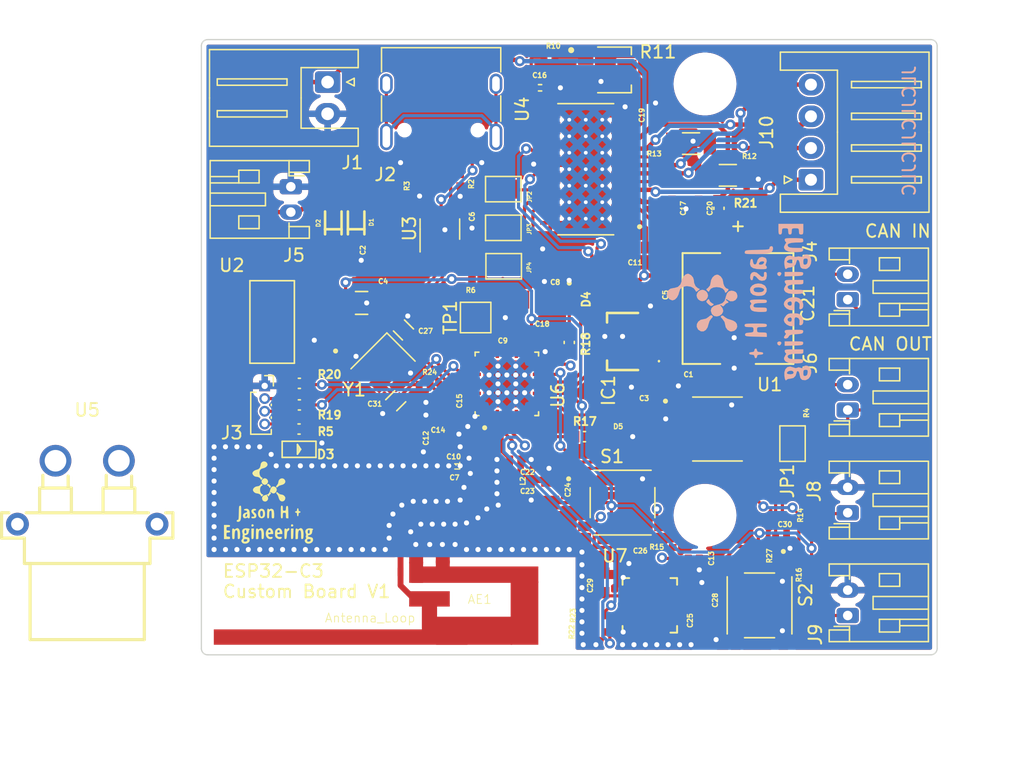
<source format=kicad_pcb>
(kicad_pcb (version 20211014) (generator pcbnew)
  (layers (0 "F.Cu" signal) (1 "In1.Cu" power) (2 "In2.Cu" power) (31 "B.Cu" signal) (34 "B.Paste" user) (35 "F.Paste" user) (36 "B.SilkS" user "B.Silkscreen") (37 "F.SilkS" user "F.Silkscreen") (38 "B.Mask" user) (39 "F.Mask" user) (44 "Edge.Cuts" user))
  (net 0 "")
  (net 1 "GND")
  (net 2 "Net-(AE1-Pad1)")
  (net 3 "/12V")
  (net 4 "/5V_CAN")
  (net 5 "/3V3")
  (net 6 "/SET_HIGH")
  (net 7 "/VDD_SPI")
  (net 8 "/Antenna")
  (net 9 "Net-(C11-Pad1)")
  (net 10 "Net-(C11-Pad2)")
  (net 11 "/INT_ACC")
  (net 12 "/3v3_ref")
  (net 13 "/VCP")
  (net 14 "/+3V3_RF")
  (net 15 "Net-(C29-Pad1)")
  (net 16 "Net-(C30-Pad1)")
  (net 17 "Net-(C31-Pad1)")
  (net 18 "Net-(C27-Pad1)")
  (net 19 "Net-(C28-Pad1)")
  (net 20 "/5V_USB")
  (net 21 "Net-(D4-Pad2)")
  (net 29 "Net-(J2-PadA5)")
  (net 30 "/USB_D_P")
  (net 31 "/USB_D_N")
  (net 33 "Net-(J2-PadB5)")
  (net 35 "unconnected-(J2-PadS1)")
  (net 36 "/UART0_TX")
  (net 37 "/UART0_RX")
  (net 38 "/CAN_L")
  (net 39 "/CAN_H")
  (net 40 "/MC0")
  (net 41 "/MC1")
  (net 42 "/MC2")
  (net 43 "Net-(J9-Pad1)")
  (net 44 "/M11")
  (net 45 "/M12")
  (net 46 "/M13")
  (net 47 "/M14")
  (net 48 "Net-(JP1-Pad2)")
  (net 49 "/CAN_RX_N")
  (net 50 "Net-(R10-Pad2)")
  (net 51 "Net-(D3-Pad+)")
  (net 52 "/SDA_ACC")
  (net 53 "/SCL_ACC")
  (net 54 "/CAN_TX_P")
  (net 56 "/MCU_USB_D_P")
  (net 57 "/MCU_USB_D_N")
  (net 60 "/DIR")
  (net 61 "/STP")
  (net 62 "Net-(R13-Pad1)")
  (net 63 "Net-(J8-Pad1)")
  (net 64 "Net-(R11-Pad2)")
  (net 65 "Net-(R12-Pad1)")
  (net 66 "Net-(R19-Pad1)")
  (net 67 "Net-(D5-Pad1)")
  (net 68 "Net-(C2-Pad1)")
  (net 69 "/LED1")
  (net 70 "/LED2")
  (net 71 "Net-(R20-Pad1)")
  (net 72 "Net-(R24-Pad1)")
  (footprint "solder_jumpers:SolderJumper-2_P1.3mm_Open_TrianglePad1.0x1.5mm" (layer "F.Cu") (at 119.1 59.29)
    (fp_text reference "JP2")
    (fp_text value "Jumper_2_Open")
  )
  (footprint "diode_BAT20JFILM:SOD-323" (layer "F.Cu") (at 105.7 61.95 90)
    (property "VALUE" "BAT20JFILM")
    (fp_text reference "D2")
    (fp_text value "BAT20JFILM")
  )
  (footprint "ESP32-C3FH4:QFN50P500X500X90-33N" (layer "F.Cu") (at 119.38 74.64 90)
    (fp_text reference "U6")
    (fp_text value "ESP32-C3FH4")
  )
  (footprint "5.1kR_RC0402FR-075K1L:RESC1005X40N" (layer "F.Cu") (at 143.4 89.6 -90)
    (fp_text reference "R16")
    (fp_text value "RC0402FR-075K1L")
  )
  (footprint "100nf_cap_GCM155R71C104KA55J:CAPC1005X55N" (layer "F.Cu") (at 141 86.6)
    (fp_text reference "C30")
    (fp_text value "GCM155R71C104KA55J")
  )
  (footprint "3p3_RF_cap_GJM1555C1H3R3BB01D:CAPC1005X55N" (layer "F.Cu") (at 117.16 79.09 180)
    (fp_text reference "C10")
    (fp_text value "GJM1555C1H3R3BB01D")
  )
  (footprint "10uF_cap_GRM21BR61E106KA73L:CAPC2012X140N" (layer "F.Cu") (at 111.7 79.1 -90)
    (fp_text reference "C12")
    (fp_text value "GRM21BR61E106KA73L")
  )
  (footprint "100uF_cap_UWT1H101MNL1GS:PCAP_8X10-ELECT" (layer "F.Cu") (at 137.6 68.7 -90)
    (property "VALUE" "100uF")
    (fp_text reference "C21")
    (fp_text value "UWT1H101MNL1GS" hide)
  )
  (footprint "Amass_XT30PW-F20GY_C2913282:CONN-TH_XT30PW-F-1" (layer "F.Cu") (at 86.3 83.2)
    (fp_text reference "U5")
    (fp_text value "XT30PW-F")
  )
  (footprint "Connector_JST:JST_XH_S4B-XH-A_1x04_P2.50mm_Horizontal" (layer "F.Cu") (at 143.35 58.55 90)
    (fp_text reference "J10")
    (fp_text value "Conn_01x04_Female")
  )
  (footprint "Tact_switch_TS-1187A-B-A-B:SW_TS-1187A-B-A-B" (layer "F.Cu") (at 139.3 92.1 -90)
    (fp_text reference "S2")
    (fp_text value "TS-1187A-B-A-B")
  )
  (footprint "Blue_LED_SMD-LED-CLEAR-BLUE_0603:LED-0603" (layer "F.Cu") (at 103 79.8)
    (fp_text reference "D3")
    (fp_text value "SMD-LED-CLEAR-BLUE(0603)")
  )
  (footprint "Tact_switch_TS-1187A-B-A-B:SW_TS-1187A-B-A-B" (layer "F.Cu") (at 128.5 84)
    (fp_text reference "S1")
    (fp_text value "TS-1187A-B-A-B")
  )
  (footprint "5.1kR_RC0402FR-075K1L:RESC1005X40N" (layer "F.Cu") (at 126.7 92.9)
    (fp_text reference "R23")
    (fp_text value "RC0402FR-075K1L")
  )
  (footprint "TestPoint:TestPoint_Pad_2.0x2.0mm" (layer "F.Cu") (at 116.92 69.41 90)
    (fp_text reference "TP1")
    (fp_text value "TestPoint")
  )
  (footprint "100nf_cap_GCM155R71C104KA55J:CAPC1005X55N" (layer "F.Cu") (at 116.632 63.718 90)
    (fp_text reference "C6")
    (fp_text value "GCM155R71C104KA55J")
  )
  (footprint "Connector_JST:JST_PH_S2B-PH-K_1x02_P2.00mm_Horizontal" (layer "F.Cu") (at 102.35 59.1 -90)
    (fp_text reference "J5")
    (fp_text value "Conn_01x02_Female")
  )
  (footprint "470R_ERJ3EKF4700V:RES_ERJ3EKF4700V" (layer "F.Cu") (at 124.3 71.375 90)
    (fp_text reference "R18")
    (fp_text value "ERJ3EKF4700V")
  )
  (footprint "Connector_JST:JST_PH_S2B-PH-K_1x02_P2.00mm_Horizontal" (layer "F.Cu") (at 146.25 68 90)
    (fp_text reference "J4")
    (fp_text value "Conn_01x02_Female")
  )
  (footprint "5.1kR_RC0402FR-075K1L:RESC1005X40N" (layer "F.Cu") (at 126.7 94.2)
    (fp_text reference "R22")
    (fp_text value "RC0402FR-075K1L")
  )
  (footprint "3p3_RF_cap_GJM1555C1H3R3BB01D:CAPC1005X55N" (layer "F.Cu") (at 117.162 82.78 180)
    (fp_text reference "C7")
    (fp_text value "GJM1555C1H3R3BB01D")
  )
  (footprint "stepper_driver_DRV8825.pretty:IC_TPS61196PWPRQ1" (layer "F.Cu") (at 125.6 57.72 180)
    (fp_text reference "U4")
    (fp_text value "DRV8825PWPR")
  )
  (footprint "100nf_cap_GCM155R71C104KA55J:CAPC1005X55N" (layer "F.Cu") (at 130.5 74.9 180)
    (fp_text reference "C3")
    (fp_text value "GCM155R71C104KA55J")
  )
  (footprint "100nf_cap_GCM155R71C104KA55J:CAPC1005X55N" (layer "F.Cu") (at 134.45 91.7)
    (fp_text reference "C28")
    (fp_text value "GCM155R71C104KA55J")
  )
  (footprint "Connector_JST:JST_PH_S2B-PH-K_1x02_P2.00mm_Horizontal" (layer "F.Cu") (at 146.25 76.7 90)
    (fp_text reference "J6")
    (fp_text value "Conn_01x02_Female")
  )
  (footprint "330nF_cap_GCM188R71C334KA37D:CAPC1608X90N" (layer "F.Cu") (at 129.93 67.6)
    (fp_text reference "C5")
    (fp_text value "GCM188R71C334KA37D")
  )
  (footprint "Package_TO_SOT_SMD:SOT-23-6" (layer "F.Cu") (at 114.1 62.4375 90)
    (fp_text reference "U3")
    (fp_text value "USBLC6-2SC6")
  )
  (footprint "crystal_footprints:Crystal_SMD_SeikoEpson_TSX3225-4Pin_3.2x2.5mm" (layer "F.Cu") (at 109.62 73.15 -135)
    (fp_text reference "Y1")
    (fp_text value "40MHz 9pF ±10ppm SMD3225-4P")
  )
  (footprint "10uF_cap_GRM21BR61E106KA73L:CAPC2012X140N" (layer "F.Cu") (at 122.8 83.105 90)
    (fp_text reference "C24")
    (fp_text value "GRM21BR61E106KA73L")
  )
  (footprint "100nf_cap_GCM155R71C104KA55J:CAPC1005X55N" (layer "F.Cu") (at 120.04 80.59)
    (fp_text reference "C22")
    (fp_text value "GCM155R71C104KA55J")
  )
  (footprint "5.1kR_RC0402FR-075K1L:RESC1005X40N" (layer "F.Cu") (at 115.7 58.5875 -90)
    (fp_text reference "R2")
    (fp_text value "RC0402FR-075K1L")
  )
  (footprint "5.1kR_RC0402FR-075K1L:RESC1005X40N" (layer "F.Cu") (at 112.5 58.5695 -90)
    (fp_text reference "R3")
    (fp_text value "RC0402FR-075K1L")
  )
  (footprint "5.1kR_RC0402FR-075K1L:RESC1005X40N" (layer "F.Cu") (at 132.45 87.968 -90)
    (fp_text reference "R15")
    (fp_text value "RC0402FR-075K1L")
  )
  (footprint "CAN_tranceiver_TJA1050T_CM_118:SOIC127P600X175-8N" (layer "F.Cu") (at 135.9825 78.2)
    (fp_text reference "U1")
    (fp_text value "TJA1051T/CM,118")
  )
  (footprint "100nf_cap_GCM155R71C104KA55J:CAPC1005X55N" (layer "F.Cu") (at 130.9 53.768 90)
    (fp_text reference "C19")
    (fp_text value "GCM155R71C104KA55J")
  )
  (footprint "100nf_cap_GCM155R71C104KA55J:CAPC1005X55N" (layer "F.Cu") (at 114.258 76.02 180)
    (fp_text reference "C15")
    (fp_text value "GCM155R71C104KA55J")
  )
  (footprint "100nf_cap_GCM155R71C104KA55J:CAPC1005X55N" (layer "F.Cu") (at 134.5 60.5 -90)
    (fp_text reference "C20")
    (fp_text value "GCM155R71C104KA55J")
  )
  (footprint "10pF_cap_CL05C100JB5NNNC:CAPC1005X55N" (layer "F.Cu") (at 111.23 70.39 135)
    (fp_text reference "C27")
    (fp_text value "CL10C100JB8NNNC")
  )
  (footprint "200mR_RL1206JR-070R2L:RESC3116X65N" (layer "F.Cu") (at 136.8 58.2)
    (fp_text reference "R12")
    (fp_text value "RL1206JR-070R2L")
  )
  (footprint "Red_LED_19-213R6C-AP1Q2B3T:LED_19-213_R6C-AP1Q2B_3T" (layer "F.Cu") (at 124.3 68.1 -90)
    (fp_text reference "D4")
    (fp_text value "19-213/R6C-AP1Q2B/3T")
  )
  (footprint "100nf_cap_GCM155R71C104KA55J:CAPC1005X55N" (layer "F.Cu") (at 130.318 88.7 180)
    (fp_text reference "C26")
    (fp_text value "GCM155R71C104KA55J")
  )
  (footprint "Connector_JST:JST_XH_S2B-XH-A_1x02_P2.50mm_Horizontal" (layer "F.Cu") (at 105.25 50.85 -90)
    (fp_text reference "J1")
    (fp_text value "Conn_01x02_Female")
  )
  (footprint "Yellow_Green_LED_19-213SYGCS530-E2TR8:CAPC0603X39N" (layer "F.Cu") (at 128.24 78.8)
    (fp_text reference "D5")
    (fp_text value "SZYY0402W")
  )
  (footprint "2200pF_cap_GCM1885C1H222JA16D:CAPC1608X90N" (layer "F.Cu") (at 127 90.33 90)
    (fp_text reference "C29")
    (fp_text value "GCM1885C1H222JA16D")
  )
  (footprint "Connector_JST:JST_PH_S2B-PH-K_1x02_P2.00mm_Horizontal" (layer "F.Cu") (at 146.25 92.9 90)
    (fp_text reference "J9")
    (fp_text value "Conn_01x02_Female")
  )
  (footprint "100nf_cap_GCM155R71C104KA55J:CAPC1005X55N" (layer "F.Cu") (at 134.118 88.4)
    (fp_text reference "C13")
    (fp_text value "GCM155R71C104KA55J")
  )
  (footprint "470R_ERJ3EKF4700V:RES_ERJ3EKF4700V" (layer "F.Cu") (at 103 78.2 180)
    (fp_text reference "R5")
    (fp_text value "ERJ3EKF4700V")
  )
  (footprint "LDO_L78L05ABUTR_5V:L78L05ABUTR" (layer "F.Cu") (at 128.5 71.3 90)
    (fp_text reference "IC1")
    (fp_text value "L78L05ABUTR")
  )
  (footprint "100nf_cap_GCM155R71C104KA55J:CAPC1005X55N" (layer "F.Cu") (at 120.032 84)
    (fp_text reference "C23")
    (fp_text value "GCM155R71C104KA55J")
  )
  (footprint "10uF_cap_GRM21BR61E106KA73L:CAPC2012X140N" (layer "F.Cu") (at 121.495 68)
    (fp_text reference "C8")
    (fp_text value "GRM21BR61E106KA73L")
  )
  (footprint "Sensor_Motion:InvenSense_QFN-24_4x4mm_P0.5mm" (layer "F.Cu") (at 130.65 92.1 90)
    (fp_text reference "U7")
    (fp_text value "MPU-6050")
  )
  (footprint "2n2_RF_inductor_LQW15AN2N2G80D:INDC1006X60N" (layer "F.Cu") (at 117.6 80.9 90)
    (fp_text reference "L1")
    (fp_text value "LQW15AN2N2G80D")
  )
  (footprint "RF_Antenna_downloaded:2.4GHz-INVERTED-F-ANTENNA" (layer "F.Cu") (at 111 88.295 180)
    (fp_text reference "AE1")
    (fp_text value "Antenna_Loop")
  )
  (footprint "Connector_USB:USB_C_Receptacle_HRO_TYPE-C-31-M-12" (layer "F.Cu") (at 114.2 52.0375 180)
    (fp_text reference "J2")
    (fp_text value "USB_C_Receptacle_USB2.0")
  )
  (footprint "10nF_cap_CL10B103KB8NNNC:CAPC1608X90N" (layer "F.Cu") (at 129.6 63.9)
    (fp_text reference "C11")
    (fp_text value "CL10B103KB8NNNC")
  )
  (footprint "5.1kR_RC0402FR-075K1L:RESC1005X40N" (layer "F.Cu") (at 116.632 65.958 90)
    (fp_text reference "R6")
    (fp_text value "RC0402FR-075K1L")
  )
  (footprint "solder_jumpers:SolderJumper-2_P1.3mm_Open_TrianglePad1.0x1.5mm" (layer "F.Cu") (at 119.1 62.34)
    (fp_text reference "JP3")
    (fp_text value "Jumper_2_Open")
  )
  (footprint "Connector_PinSocket_1.00mm:PinSocket_1x04_P1.00mm_Vertical" (layer "F.Cu") (at 100.29 74.8)
    (fp_text reference "J3")
    (fp_text value "Conn_01x04_Female")
  )
  (footprint "10nF_cap_CL10B103KB8NNNC:CAPC1608X90N" (layer "F.Cu") (at 134.925 94.02 -90)
    (fp_text reference "C25")
    (fp_text value "CL10B103KB8NNNC")
  )
  (footprint "470R_ERJ3EKF4700V:RES_ERJ3EKF4700V" (layer "F.Cu") (at 103.025 74.6 180)
    (fp_text reference "R20")
    (fp_text value "ERJ3EKF4700V")
  )
  (footprint "470R_ERJ3EKF4700V:RES_ERJ3EKF4700V" (layer "F.Cu") (at 103.025 76.3 180)
    (fp_text reference "R19")
    (fp_text value "ERJ3EKF4700V")
  )
  (footprint "solder_jumpers:SolderJumper-2_P1.3mm_Open_TrianglePad1.0x1.5mm" (layer "F.Cu") (at 119.13 65.37)
    (fp_text reference "JP4")
    (fp_text value "Jumper_2_Open")
  )
  (footprint "100nf_cap_GCM155R71C104KA55J:CAPC1005X55N" (layer "F.Cu") (at 132.4 60.5 -90)
    (fp_text reference "C17")
    (fp_text value "GCM155R71C104KA55J")
  )
  (footprint "diode_BAT20JFILM:SOD-323" (layer "F.Cu") (at 107.5 61.95 90)
    (property "VALUE" "BAT20JFILM")
    (fp_text reference "D1")
    (fp_text value "BAT20JFILM")
  )
  (footprint "5.1kR_RC0402FR-075K1L:RESC1005X40N" (layer "F.Cu") (at 139.2 87.9 -90)
    (fp_text reference "R27")
    (fp_text value "RC0402FR-075K1L")
  )
  (footprint "LDO_AMS1117-3v3:SOT229P700X180-4N" (layer "F.Cu") (at 100.8775 69.76 180)
    (fp_text reference "U2")
    (fp_text value "AMS1117-3.3")
  )
  (footprint "470R_ERJ3EKF4700V:RES_ERJ3EKF4700V" (layer "F.Cu") (at 125.5 78.8)
    (fp_text reference "R17")
    (fp_text value "ERJ3EKF4700V")
  )
  (footprint "solder_jumpers:SolderJumper-2_P1.3mm_Open_TrianglePad1.0x1.5mm" (layer "F.Cu") (at 141.9 79.35 90)
    (fp_text reference "JP1")
    (fp_text value "Jumper_2_Open")
  )
  (footprint "22uF_cap_GRM31CR71A226KE15L:CAPC3216X180N" (layer "F.Cu") (at 107.93 68.26)
    (fp_text reference "C4")
    (fp_text value "GRM31CR71A226KE15L")
  )
  (footprint "100nf_cap_GCM155R71C104KA55J:CAPC1005X55N" (layer "F.Cu") (at 119.69 70.36 180)
    (fp_text reference "C9")
    (fp_text value "GCM155R71C104KA55J")
  )
  (footprint "200mR_RL1206JR-070R2L:RESC3116X65N" (layer "F.Cu") (at 133.9 55.7)
    (fp_text reference "R13")
    (fp_text value "RL1206JR-070R2L")
  )
  (footprint "Connector_JST:JST_PH_S2B-PH-K_1x02_P2.00mm_Horizontal" (layer "F.Cu") (at 146.25 84.8 90)
    (fp_text reference "J8")
    (fp_text value "Conn_01x02_Female")
  )
  (footprint "100nf_cap_GCM155R71C104KA55J:CAPC1005X55N" (layer "F.Cu") (at 121.868 70.8)
    (fp_text reference "C18")
    (fp_text value "GCM155R71C104KA55J")
  )
  (footprint "2n2_RF_inductor_LQW15AN2N2G80D:INDC1006X60N" (layer "F.Cu") (at 119.69 82.32 -90)
    (fp_text reference "L2")
    (fp_text value "LQW15AN2N2G80D")
  )
  (footprint "22R_AC0402FR-0722RL:RESC1005X37N" (layer "F.Cu") (at 112.9 74.7 180)
    (fp_text reference "R24")
    (fp_text value "AC0402FR-0722RL")
  )
  (footprint "10k_pot_TC33X-2-103E:TRIM_TC33X-2-103E" (layer "F.Cu") (at 127.395335 49.89)
    (fp_text reference "R11")
    (fp_text value "TC33X-2-103E")
  )
  (footprint "10pF_cap_CL05C100JB5NNNC:CAPC1005X55N" (layer "F.Cu") (at 110.62 75.97 -135)
    (fp_text reference "C31")
    (fp_text value "CL10C100JB8NNNC")
  )
  (footprint "100nf_cap_GCM155R71C104KA55J:CAPC1005X55N" (layer "F.Cu") (at 134.2025 74.8 180)
    (fp_text reference "C1")
    (fp_text value "GCM155R71C104KA55J")
  )
  (footprint "470nF_cap_GRM155B31A474KE14D:INDC1005X45" (layer "F.Cu") (at 122 51.3)
    (fp_text reference "C16")
    (fp_text value "GRM155B31A474KE14D")
  )
  (footprint "5.1kR_RC0402FR-075K1L:RESC1005X40N" (layer "F.Cu") (at 122.74 48.89)
    (fp_text reference "R10")
    (fp_text value "RC0402FR-075K1L")
  )
  (footprint "100nf_cap_GCM155R71C104KA55J:CAPC1005X55N" (layer "F.Cu") (at 114.258 77.4 180)
    (fp_text reference "C14")
    (fp_text value "GCM155R71C104KA55J")
  )
  (footprint "10uF_cap_GRM21BR61E106KA73L:CAPC2012X140N" (layer "F.Cu") (at 105.905 65)
    (fp_text reference "C2")
    (fp_text value "GRM21BR61E106KA73L")
  )
  (footprint "5.1kR_RC0402FR-075K1L:RESC1005X40N" (layer "F.Cu") (at 143.4 85.3 90)
    (fp_text reference "R14")
    (fp_text value "RC0402FR-075K1L")
  )
  (footprint "1MR_ERJ3EKF1004V:RES_ERJ3EKF1004V" (layer "F.Cu") (at 136.1 60.8 -90)
    (fp_text reference "R21")
    (fp_text value "ERJ3EKF1004V")
  )
  (footprint "my_logo:my_logo_8mm" (layer "F.Cu") (at 100.6 84)
    (fp_text reference "G***" hide)
    (fp_text value "LOGO" hide)
  )
  (footprint "120R_RC0402FR-07120RL:RESC1005X40N" (layer "F.Cu") (at 141.9 76.4 90)
    (fp_text reference "R4")
    (fp_text value "RC0402FR-07120RL")
  )
  (footprint "my_logo:my_logo_14mm" (layer "B.Cu") (at 137.7 68.2 -90)
    (fp_text reference "G***" hide)
    (fp_text value "LOGO" hide)
  )
  (gr_arc (start 95.8 96) (mid 95.446447 95.853553) (end 95.3 95.5) (layer "Edge.Cuts") (width 0.1))
  (gr_arc (start 153.3 95.5) (mid 153.153553 95.853553) (end 152.8 96) (layer "Edge.Cuts") (width 0.1))
  (gr_line (start 153.3 48) (end 153.3 95.5) (layer "Edge.Cuts") (width 0.1))
  (gr_arc (start 152.8 47.5) (mid 153.153553 47.646447) (end 153.3 48) (layer "Edge.Cuts") (width 0.1))
  (gr_line (start 95.8 47.5) (end 152.8 47.5) (layer "Edge.Cuts") (width 0.1))
  (gr_line (start 95.3 48) (end 95.3 95.5) (layer "Edge.Cuts") (width 0.1))
  (gr_arc (start 95.3 48) (mid 95.446447 47.646447) (end 95.8 47.5) (layer "Edge.Cuts") (width 0.1))
  (gr_line (start 95.8 96) (end 152.8 96) (layer "Edge.Cuts") (width 0.1))
  (gr_text "JLCJLCJLCJLC" (at 151.1 54.7 90) (layer "B.SilkS") (effects (font (size 1 1)) (justify mirror)))
  (gr_text "CAN OUT" (at 149.6 71.5) (layer "F.SilkS") (effects (font (size 1 1))))
  (gr_text "ESP32-C3\nCustom Board V1" (at 96.9 90.2) (layer "F.SilkS") (effects (font (size 1 1)) (justify left)))
  (gr_text "CAN IN" (at 150.2 62.6) (layer "F.SilkS") (effects (font (size 1 1))))
  (segment (start 106.8 65) (end 107.8 65) (width 0.35) (layer "F.Cu") (net 1))
  (segment (start 108.276497 73.362132) (end 108.276497 73.256497) (width 0.25) (layer "F.Cu") (net 1))
  (segment (start 113.3 77.4) (end 113.826 77.4) (width 0.25) (layer "F.Cu") (net 1))
  (segment (start 131.9025 77.4) (end 132.0675 77.565) (width 0.25) (layer "F.Cu") (net 1))
  (segment (start 108.276497 73.256497) (end 107.49 72.47) (width 0.25) (layer "F.Cu") (net 1))
  (segment (start 134.925 91.075) (end 135.05 91.2) (width 0.25) (layer "F.Cu") (net 1))
  (segment (start 141.175 90.125) (end 141.1 90.2) (width 0.25) (layer "F.Cu") (net 1))
  (segment (start 122.8 63.4) (end 122.2 64) (width 0.25) (layer "F.Cu") (net 1))
  (segment (start 104.262 79.3) (end 103.762 79.8) (width 0.25) (layer "F.Cu") (net 1))
  (segment (start 133.416 91.35) (end 133.691 91.075) (width 0.25) (layer "F.Cu") (net 1))
  (segment (start 124.3 66.49) (end 124.29 66.48) (width 0.25) (layer "F.Cu") (net 1))
  (segment (start 141.175 95.1) (end 141.175 94.175) (width 0.25) (layer "F.Cu") (net 1))
  (segment (start 111.7 79.995) (end 112.795 79.995) (width 0.25) (layer "F.Cu") (net 1))
  (segment (start 114.1 62.887061) (end 114.494623 62.492438) (width 0.25) (layer "F.Cu") (net 1))
  (segment (start 110.858769 70.018769) (end 110.858769 70.001231) (width 0.25) (layer "F.Cu") (net 1))
  (segment (start 135.38 55.7) (end 134.249676 55.7) (width 0.35) (layer "F.Cu") (net 1))
  (segment (start 110.963503 72.937868) (end 110.963503 72.963503) (width 0.25) (layer "F.Cu") (net 1))
  (segment (start 122.4 70.9) (end 122.3 70.8) (width 0.25) (layer "F.Cu") (net 1))
  (segment (start 104.8 79.3) (end 104.262 79.3) (width 0.25) (layer "F.Cu") (net 1))
  (segment (start 112.5 59.0195) (end 112.5 59.8555) (width 0.25) (layer "F.Cu") (net 1))
  (segment (start 141.175 89.1) (end 141.175 90.125) (width 0.25) (layer "F.Cu") (net 1))
  (segment (start 111 57.2) (end 110.95 57.15) (width 0.25) (layer "F.Cu") (net 1))
  (segment (start 110.858769 70.001231) (end 111.57 69.29) (width 0.25) (layer "F.Cu") (net 1))
  (segment (start 122.34 66.57) (end 122.39 66.62) (width 0.25) (layer "F.Cu") (net 1))
  (segment (start 128.55 94.2) (end 128.7 94.05) (width 0.25) (layer "F.Cu") (net 1))
  (segment (start 134.75 90.3) (end 134.75 90.9) (width 0.25) (layer "F.Cu") (net 1))
  (segment (start 121.571488 57.395) (end 122.8 57.395) (width 0.25) (layer "F.Cu") (net 1))
  (segment (start 128.7 53.195) (end 128.4 53.495) (width 0.25) (layer "F.Cu") (net 1))
  (segment (start 113 76.1) (end 113.08 76.02) (width 0.25) (layer "F.Cu") (net 1))
  (segment (start 110.95 57.15) (end 110.95 56.0825) (width 0.25) (layer "F.Cu") (net 1))
  (segment (start 122.4 72.1) (end 122.4 70.9) (width 0.25) (layer "F.Cu") (net 1))
  (segment (start 122.65 51.3) (end 123.6 51.3) (width 0.25) (layer "F.Cu") (net 1))
  (segment (start 122.8 61.945) (end 122.8 63.4) (width 0.25) (layer "F.Cu") (net 1))
  (segment (start 113.08 76.02) (end 113.826 76.02) (width 0.25) (layer "F.Cu") (net 1))
  (segment (start 107.8 65) (end 107.9 64.9) (width 0.35) (layer "F.Cu") (net 1))
  (segment (start 121.3 83.8) (end 120.664 83.8) (width 0.25) (layer "F.Cu") (net 1))
  (segment (start 138.5625 76.3) (end 138.5675 76.295) (width 0.25) (layer "F.Cu") (net 1))
  (segment (start 130.075 82.125) (end 131.5 82.125) (width 0.25) (layer "F.Cu") (net 1))
  (segment (start 121.492799 57.316311) (end 121.571488 57.395) (width 0.25) (layer "F.Cu") (net 1))
  (segment (start 116.3 78) (end 116.3 78.044) (width 0.25) (layer "F.Cu") (net 1))
  (segment (start 104.2 71.2) (end 104.2 72.0275) (width 0.25) (layer "F.Cu") (net 1))
  (segment (start 116.728 78.472) (end 116.728 79.09) (width 0.35) (layer "F.Cu") (net 1))
  (segment (start 131.1 53.136) (end 130.9 53.336) (width 0.25) (layer "F.Cu") (net 1))
  (segment (start 110.228769 76.341231) (end 109.59 76.98) (width 0.25) (layer "F.Cu") (net 1))
  (segment (start 132.0675 77.565) (end 133.3975 77.565) (width 0.25) (layer "F.Cu") (net 1))
  (segment (start 110.963503 72.963503) (end 111.787198 73.787198) (width 0.25) (layer "F.Cu") (net 1))
  (segment (start 135.875 94.8) (end 134.925 94.8) (width 0.35) (layer "F.Cu") (net 1))
  (segment (start 129.2 74.9) (end 130.068 74.9) (width 0.25) (layer "F.Cu") (net 1))
  (segment (start 132.6 91.35) (end 133.416 91.35) (width 0.25) (layer "F.Cu") (net 1))
  (segment (start 124.3 67.475) (end 124.3 66.49) (width 0.25) (layer "F.Cu") (net 1))
  (segment (start 115.7 59.8555) (end 115.7 59.0195) (width 0.25) (layer "F.Cu") (net 1))
  (segment (start 137.1025 76.3) (end 138.5625 76.3) (width 0.25) (layer "F.Cu") (net 1))
  (segment (start 126.71 50.89) (end 125.595335 50.89) (width 0.25) (layer "F.Cu") (net 1))
  (segment (start 125.5 82.125) (end 130.075 82.125) (width 0.25) (layer "F.Cu") (net 1))
  (segment (start 117.45 57.15) (end 117.45 56.0825) (width 0.25) (layer "F.Cu") (net 1))
  (segment (start 135.05 91.2) (end 135.15 91.3) (width 0.25) (layer "F.Cu") (net 1))
  (segment (start 120.664 83.8) (end 120.464 84) (width 0.25) (layer "F.Cu") (net 1))
  (segment (start 116.3 78.044) (end 116.728 78.472) (width 0.25) (layer "F.Cu") (net 1))
  (segment (start 104.2 72.0275) (end 104.2225 72.05) (width 0.25) (layer "F.Cu") (net 1))
  (segment (start 128.518 78.8) (end 129.3 78.8) (width 0.25) (layer "F.Cu") (net 1))
  (segment (start 120.482 80.6) (end 120.472 80.59) (width 0.25) (layer "F.Cu") (net 1))
  (segment (start 141.175 94.175) (end 141.1 94.1) (width 0.25) (layer "F.Cu") (net 1))
  (segment (start 131.1 52.5) (end 131.1 53.136) (width 0.25) (layer "F.Cu") (net 1))
  (segment (start 132.4 60.932) (end 133.4105 60.932) (width 0.25) (layer "F.Cu") (net 1))
  (segment (start 119.258 70.36) (end 119.258 69.422) (width 0.25) (layer "F.Cu") (net 1))
  (segment (start 116.632 62.358) (end 116.632 63.286) (width 0.25) (layer "F.Cu") (net 1))
  (segment (start 109.36 68.26) (end 108.33 68.26) (width 0.25) (layer "F.Cu") (net 1))
  (segment (start 134.55 88.4) (end 134.55 89.3) (width 0.25) (layer "F.Cu") (net 1))
  (segment (start 113 77.1) (end 113.3 77.4) (width 0.25) (layer "F.Cu") (net 1))
  (segment (start 128.7 94.05) (end 129.4 94.05) (width 0.25) (layer "F.Cu") (net 1))
  (segment (start 141.432 86.7) (end 141.432 87.332) (width 0.25) (layer "F.Cu") (net 1))
  (segment (start 129.4 89.2) (end 129.4 90.15) (width 0.25) (layer "F.Cu") (net 1))
  (segment (start 133.691 91.075) (end 134.925 91.075) (width 0.25) (layer "F.Cu") (net 1))
  (segment (start 135.15 92.25) (end 135.15 91.7) (width 0.25) (layer "F.Cu") (net 1))
  (segment (start 129 88.8) (end 129.786 88.8) (width 0.25) (layer "F.Cu") (net 1))
  (segment (start 129 88.8) (end 129.4 89.2) (width 0.25) (layer "F.Cu") (net 1))
  (segment (start 130.7 68.5) (end 130.7 67.6) (width 0.25) (layer "F.Cu") (net 1))
  (segment (start 128.7 52.8) (end 128.7 53.195) (width 0.25) (layer "F.Cu") (net 1))
  (segment (start 127.34 89.9) (end 127 89.56) (width 0.25) (layer "F.Cu") (net 1))
  (segment (start 134.75 90.9) (end 135.05 91.2) (width 0.25) (layer "F.Cu") (net 1))
  (segment (start 141.432 87.332) (end 141.7 87.6) (width 0.25) (layer "F.Cu") (net 1))
  (segment (start 119.258 69.422) (end 119.26 69.42) (width 0.25) (layer "F.Cu") (net 1))
  (segment (start 128.5545 89.9) (end 127.34 89.9) (width 0.25) (layer "F.Cu") (net 1))
  (segment (start 116 82.8) (end 116.71 82.8) (width 0.35) (layer "F.Cu") (net 1))
  (segment (start 132.6 92.35) (end 135.05 92.35) (width 0.25) (layer "F.Cu") (net 1))
  (segment (start 114.1 63.575) (end 114.1 62.887061) (width 0.25) (layer "F.Cu") (net 1))
  (segment (start 135.15 91.3) (end 135.15 91.7) (width 0.25) (layer "F.Cu") (net 1))
  (segment (start 126.8 50.8) (end 126.71 50.89) (width 0.25) (layer "F.Cu") (net 1))
  (segment (start 138.28 58.5) (end 139.2 58.5) (width 0.25) (layer "F.Cu") (net 1))
  (segment (start 116.71 82.8) (end 116.73 82.78) (width 0.25) (layer "F.Cu") (net 1))
  (segment (start 129.786 88.8) (end 129.886 88.7) (width 0.25) (layer "F.Cu") (net 1))
  (segment (start 110.248769 76.341231) (end 110.228769 76.341231) (width 0.25) (layer "F.Cu") (net 1))
  (segment (start 135.05 92.35) (end 135.15 92.25) (width 0.25) (layer "F.Cu") (net 1))
  (segment (start 112.795 79.995) (end 112.8 80) (width 0.25) (layer "F.Cu") (net 1))
  (segment (start 134.249676 55.7) (end 134.05759 55.507914) (width 0.35) (layer "F.Cu") (net 1))
  (segment (start 117.4 57.2) (end 117.45 57.15) (width 0.25) (layer "F.Cu") (net 1))
  (segment (start 122.8 81.4) (end 122.7 81.3) (width 0.25) (layer "F.Cu") (net 1))
  (segment (start 122.39 66.62) (end 122.39 68) (width 0.25) (layer "F.Cu") (net 1))
  (segment (start 133.7705 74.8) (end 132.9025 74.8) (width 0.25) (layer "F.Cu") (net 1))
  (segment (start 133.4105 60.932) (end 133.5 60.8425) (width 0.25) (layer "F.Cu") (net 1))
  (segment (start 127.819 71.3) (end 127.819 72.081) (width 0.25) (layer "F.Cu") (net 1))
  (segment (start 121.3 80.6) (end 120.482 80.6) (width 0.25) (layer "F.Cu") (net 1))
  (segment (start 122.8 82.21) (end 122.8 81.4) (width 0.25) (layer "F.Cu") (net 1))
  (via (at 114.4 85.7) (size 0.8) (drill 0.4) (layers "F.Cu" "B.Cu") (net 1))
  (via (at 103.1 81.1) (size 0.8) (drill 0.4) (layers "F.Cu" "B.Cu") (net 1))
  (via (at 116.8675 77.202977) (size 0.8) (drill 0.4) (layers "F.Cu" "B.Cu") (net 1))
  (via (at 121.3 83.8) (size 0.8) (drill 0.4) (layers "F.Cu" "B.Cu") (net 1))
  (via (at 128.55 94.2) (size 0.8) (drill 0.4) (layers "F.Cu" "B.Cu") (net 1))
  (via (at 97.2 79.6) (size 0.8) (drill 0.4) (layers "F.Cu" "B.Cu") (net 1))
  (via (at 141.1 90.2) (size 0.8) (drill 0.4) (layers "F.Cu" "B.Cu") (net 1))
  (via (at 113 76.1) (size 0.8) (drill 0.4) (layers "F.Cu" "B.Cu") (net 1))
  (via (at 130.075 82.125) (size 0.8) (drill 0.4) (layers "F.Cu" "B.Cu") (net 1))
  (via (at 134.75 90.3) (size 0.8) (drill 0.4) (layers "F.Cu" "B.Cu") (net 1))
  (via (at 118 87.7) (size 0.8) (drill 0.4) (layers "F.Cu" "B.Cu") (net 1))
  (via (at 109.8 87.7) (size 0.8) (drill 0.4) (layers "F.Cu" "B.Cu") (net 1))
  (via (at 134.55 89.3) (size 0.8) (drill 0.4) (layers "F.Cu" "B.Cu") (net 1))
  (via (at 137.3 73.4) (size 0.8) (drill 0.4) (layers "F.Cu" "B.Cu") (net 1))
  (via (at 118.9 87.7) (size 0.8) (drill 0.4) (layers "F.Cu" "B.Cu") (net 1))
  (via (at 114.494623 62.492438) (size 0.8) (drill 0.4) (layers "F.Cu" "B.Cu") (net 1))
  (via (at 99 79.6) (size 0.8) (drill 0.4) (layers "F.Cu" "B.Cu") (net 1))
  (via (at 105.3 87.7) (size 0.8) (drill 0.4) (layers "F.Cu" "B.Cu") (net 1))
  (via (at 96.3 80.5) (size 0.8) (drill 0.4) (layers "F.Cu" "B.Cu") (net 1))
  (via (at 106.2 87.7) (size 0.8) (drill 0.4) (layers "F.Cu" "B.Cu") (net 1))
  (via (at 130.7 68.5) (size 0.8) (drill 0.4) (layers "F.Cu" "B.Cu") (net 1))
  (via (at 116.632 62.358) (size 0.8) (drill 0.4) (layers "F.Cu" "B.Cu") (net 1))
  (via (at 111 57.2) (size 0.8) (drill 0.4) (layers "F.Cu" "B.Cu") (net 1))
  (via (at 125.3 91.6) (size 0.8) (drill 0.4) (layers "F.Cu" "B.Cu") (net 1))
  (via (at 98.1 87.7) (size 0.8) (drill 0.4) (layers "F.Cu" "B.Cu") (net 1))
  (via (at 116.2 87.7) (size 0.8) (drill 0.4) (layers "F.Cu" "B.Cu") (net 1))
  (via (at 118.6 82.4) (size 0.8) (drill 0.4) (layers "F.Cu" "B.Cu") (net 1))
  (via (at 104.9 81.1) (size 0.8) (drill 0.4) (layers "F.Cu" "B.Cu") (net 1))
  (via (at 116.5 81.7) (size 0.8) (drill 0.4) (layers "F.Cu" "B.Cu") (net 1))
  (via (at 129.2 74.9) (size 0.8) (drill 0.4) (layers "F.Cu" "B.Cu") (net 1))
  (via (at 115.7 83.8) (size 0.8) (drill 0.4) (layers "F.Cu" "B.Cu") (net 1))
  (via (at 110.4 84.9) (size 0.8) (drill 0.4) (layers "F.Cu" "B.Cu") (net 1))
  (via (at 104 81.1) (size 0.8) (drill 0.4) (layers "F.Cu" "B.Cu") (net 1))
  (via (at 119.26 69.42) (size 0.8) (drill 0.4) (layers "F.Cu" "B.Cu") (net 1))
  (via (at 110.3 81.1) (size 0.8) (drill 0.4) (layers "F.Cu" "B.Cu") (net 1))
  (via (at 96.3 82.3) (size 0.8) (drill 0.4) (layers "F.Cu" "B.Cu") (net 1))
  (via (at 125.3 87.9) (size 0.8) (drill 0.4) (layers "F.Cu" "B.Cu") (net 1))
  (via (at 118.6 83.3) (size 0.8) (drill 0.4) (layers "F.Cu" "B.Cu") (net 1))
  (via (at 133.5 60.8425) (size 0.8) (drill 0.4) (layers "F.Cu" "B.Cu") (net 1))
  (via (at 129.3 78.8) (size 0.8) (drill 0.4) (layers "F.Cu" "B.Cu") (net 1))
  (via (at 113.8 83.9) (size 0.8) (drill 0.4) (layers "F.Cu" "B.Cu") (net 1))
  (via (at 125.3 94.3) (size 0.8) (drill 0.4) (layers "F.Cu" "B.Cu") (net 1))
  (via (at 139.2 58.5) (size 0.8) (drill 0.4) (layers "F.Cu" "B.Cu") (net 1))
  (via (at 101.2 81.1) (size 0.8) (drill 0.4) (layers "F.Cu" "B.Cu") (net 1))
  (via (at 108.5 81.1) (size 0.8) (drill 0.4) (layers "F.Cu" "B.Cu") (net 1))
  (via (at 96.3 83.2) (size 0.8) (drill 0.4) (layers "F.Cu" "B.Cu") (net 1))
  (via (at 128.5 95.2) (size 0.8) (drill 0.4) (layers "F.Cu" "B.Cu") (net 1))
  (via (at 126.4 95.2) (size 0.8) (drill 0.4) (layers "F.Cu" "B.Cu") (net 1))
  (via (at 131.9025 77.4) (size 0.8) (drill 0.4) (layers "F.Cu" "B.Cu") (net 1))
  (via (at 130.3 95.2) (size 0.8) (drill 0.4) (layers "F.Cu" "B.Cu") (net 1))
  (via (at 116.2 85.6) (size 0.8) (drill 0.4) (layers "F.Cu" "B.Cu") (net 1))
  (via (at 113.9 81.1) (size 0.8) (drill 0.4) (layers "F.Cu" "B.Cu") (net 1))
  (via (at 107.1 87.7) (size 0.8) (drill 0.4) (layers "F.Cu" "B.Cu") (net 1))
  (via (at 108.33 68.26) (size 0.8) (drill 0.4) (layers "F.Cu" "B.Cu") (net 1))
  (via (at 96.3 79.6) (size 0.8) (drill 0.4) (layers "F.Cu" "B.Cu") (net 1))
  (via (at 116.3 78) (size 0.8) (drill 0.4) (layers "F.Cu" "B.Cu") (net 1))
  (via (at 124.29 66.48) (size 0.8) (drill 0.4) (layers "F.Cu" "B.Cu") (net 1))
  (via (at 109.4 81.1) (size 0.8) (drill 0.4) (layers "F.Cu" "B.Cu") (net 1))
  (via (at 119.8 87.7) (size 0.8) (drill 0.4) (layers "F.Cu" "B.Cu") (net 1))
  (via (at 103.5 87.7) (size 0.8) (drill 0.4) (layers "F.Cu" "B.Cu") (net 1))
  (via (at 128.5 70.9) (size 0.8) (drill 0.4) (layers "F.Cu" "B.Cu") (net 1))
  (via (at 118.7 84.2) (size 0.8) (drill 0.4) (layers "F.Cu" "B.Cu") (net 1))
  (via (at 106.7 81.1) (size 0.8) (drill 0.4) (layers "F.Cu" "B.Cu") (net 1))
  (via (at 124.3 87.7) (size 0.8) (drill 0.4) (layers "F.Cu" "B.Cu") (net 1))
  (via (at 98.1 79.6) (size 0.8) (drill 0.4) (layers "F.Cu" "B.Cu") (net 1))
  (via (at 110.1 85.8) (size 0.8) (drill 0.4) (layers "F.Cu" "B.Cu") (net 1))
  (via (at 126.8 50.8) (size 0.8) (drill 0.4) (layers "F.Cu" "B.Cu") (net 1))
  (via (at 117.1 85.2) (size 0.8) (drill 0.4) (layers "F.Cu" "B.Cu") (net 1))
  (via (at 132.1 95.2) (size 0.8) (drill 0.4) (layers "F.Cu" "B.Cu") (net 1))
  (via (at 115.3 87.3) (size 0.8) (drill 0.4) (layers "F.Cu" "B.Cu") (net 1))
  (via (at 120.7 87.7) (size 0.8) (drill 0.4) (layers "F.Cu" "B.Cu") (net 1))
  (via (at 97.2 87.7) (size 0.8) (drill 0.4) (layers "F.Cu" "B.Cu") (net 1))
  (via (at 137.3 71) (size 0.8) (drill 0.4) (layers "F.Cu" "B.Cu") (net 1))
  (via (at 125.3 93.4) (size 0.8) (drill 0.4) (layers "F.Cu" "B.Cu") (net 1))
  (via (at 135.875 94.8) (size 0.8) (drill 0.4) (layers "F.Cu" "B.Cu") (net 1))
  (via (at 114.7 83.9) (size 0.8) (drill 0.4) (layers "F.Cu" "B.Cu") (net 1))
  (via (at 121.492799 57.316311) (size 0.8) (drill 0.4) (layers "F.Cu" "B.Cu") (net 1))
  (via (at 115.7 81.1) (size 0.8) (drill 0.4) (layers "F.Cu" "B.Cu") (net 1))
  (via (at 96.3 81.4) (size 0.8) (drill 0.4) (layers "F.Cu" "B.Cu") (net 1))
  (via (at 131.1 52.5) (size 0.8) (drill 0.4) (layers "F.Cu" "B.Cu") (net 1))
  (via (at 113.3 87.3) (size 0.8) (drill 0.4) (layers "F.Cu" "B.Cu") (net 1))
  (via (at 96.3 85) (size 0.8) (drill 0.4) (layers "F.Cu" "B.Cu") (net 1))
  (via (at 100.8 87.7) (size 0.8) (drill 0.4) (layers "F.Cu" "B.Cu") (net 1))
  (via (at 122.2 64) (size 0.8) (drill 0.4) (layers "F.Cu" "B.Cu") (net 1))
  (via (at 116 82.8) (size 0.8) (drill 0.4) (layers "F.Cu" "B.Cu") (net 1))
  (via (at 125.3 90.7) (size 0.8) (drill 0.4) (layers "F.Cu" "B.Cu") (net 1))
  (via (at 107.9 64.9) (size 0.8) (drill 0.4) (layers "F.Cu" "B.Cu") (net 1))
  (via (at 115.3 85.7) (size 0.8) (drill 0.4) (layers "F.Cu" "B.Cu") (net 1))
  (via (at 107.6 81.1) (size 0.8) (drill 0.4) (layers "F.Cu" "B.Cu") (net 1))
  (via (at 112.9 83.9) (size 0.8) (drill 0.4) (layers "F.Cu" "B.Cu") (net 1))
  (via (at 122.7 81.3) (size 0.8) (drill 0.4) (layers "F.Cu" "B.Cu") (net 1))
  (via (at 102.6 87.7) (size 0.8) (drill 0.4) (layers "F.Cu" "B.Cu") (net 1))
  (via (at 113.5 85.7) (size 0.8) (drill 0.4) (layers "F.Cu" "B.Cu") (net 1))
  (via (at 118.6 80.6) (size 0.8) (drill 0.4) (layers "F.Cu" "B.Cu") (net 1))
  (via (at 129 88.8) (size 0.8) (drill 0.4) (layers "F.Cu" "B.Cu") (net 1))
  (via (at 122.4 72.1) (size 0.8) (drill 0.4) (layers "F.Cu" "B.Cu") (net 1))
  (via (at 134.05759 55.507914) (size 0.8) (drill 0.4) (layers "F.Cu" "B.Cu") (net 1))
  (via (at 104.4 87.7) (size 0.8) (drill 0.4) (layers "F.Cu" "B.Cu") (net 1))
  (via (at 123.6 51.3) (size 0.8) (drill 0.4) (layers "F.Cu" "B.Cu") (net 1))
  (via (at 101.7 87.7) (size 0.8) (drill 0.4) (layers "F.Cu" "B.Cu") (net 1))
  (via (at 111.57 69.29) (size 0.8) (drill 0.4) (layers "F.Cu" "B.Cu") (net 1))
  (via (at 102.1 81.1) (size 0.8) (drill 0.4) (layers "F.Cu" "B.Cu") (net 1))
  (via (at 99.9 79.6) (size 0.8) (drill 0.4) (layers "F.Cu" "B.Cu") (net 1))
  (via (at 133.9 95.2) (size 0.8) (drill 0.4) (layers "F.Cu" "B.Cu") (net 1))
  (via (at 104.8 79.3) (size 0.8) (drill 0.4) (layers "F.Cu" "B.Cu") (net 1))
  (via (at 108 87.7) (size 0.8) (drill 0.4) (layers "F.Cu" "B.Cu") (net 1))
  (via (at 125.4 95.2) (size 0.8) (drill 0.4) (layers "F.Cu" "B.Cu") (net 1))
  (via (at 108.9 87.7) (size 0.8) (drill 0.4) (layers "F.Cu" "B.Cu") (net 1))
  (via (at 99.9 87.7) (size 0.8) (drill 0.4) (layers "F.Cu" "B.Cu") (net 1))
  (via (at 128.7 52.8) (size 0.8) (drill 0.4) (layers "F.Cu" "B.Cu") (net 1))
  (via (at 125.3 92.5) (size 0.8) (drill 0.4) (layers "F.Cu" "B.Cu") (net 1))
  (via (at 137.1025 76.3) (size 0.8) (drill 0.4) (layers "F.Cu" "B.Cu") (net 1))
  (via (at 125.3 88.9) (size 0.8) (drill 0.4) (layers "F.Cu" "B.Cu") (net 1))
  (via (at 112.6 85.7) (size 0.8) (drill 0.4) (layers "F.Cu" "B.Cu") (net 1))
  (via (at 96.3 85.9) (size 0.8) (drill 0.4) (layers "F.Cu" "B.Cu") (net 1))
  (via (at 117.4 57.2) (size 0.8) (drill 0.4) (layers "F.Cu" "B.Cu") (net 1))
  (via (at 111.8 86.3) (size 0.8) (drill 0.4) (layers "F.Cu" "B.Cu") (net 1))
  (via (at 128.5545 89.9) (size 0.8) (drill 0.4) (layers "F.Cu" "B.Cu") (net 1))
  (via (at 132.9025 74.8) (size 0.8) (drill 0.4) (layers "F.Cu" "B.Cu") (net 1))
  (via (at 96.3 87.7) (size 0.8) (drill 0.4) (layers "F.Cu" "B.Cu") (net 1))
  (via (at 96.3 84.1) (size 0.8) (drill 0.4) (layers "F.Cu" "B.Cu") (net 1))
  (via (at 113 81.1) (size 0.8) (drill 0.4) (layers "F.Cu" "B.Cu") (net 1))
  (via (at 104.2 71.2) (size 0.8) (drill 0.4) (layers "F.Cu" "B.Cu") (net 1))
  (via (at 141.1 94.1) (size 0.8) (drill 0.4) (layers "F.Cu" "B.Cu") (net 1))
  (via (at 112.5 59.8375) (size 0.8) (drill 0.4) (layers "F.Cu" "B.Cu") (net 1))
  (via (at 123.4 87.7) (size 0.8) (drill 0.4) (layers "F.Cu" "B.Cu") (net 1))
  (via (at 99 87.7) (size 0.8) (drill 0.4) (layers "F.Cu" "B.Cu") (net 1))
  (via (at 100.8 80.2) (size 0.8) (drill 0.4) (layers "F.Cu" "B.Cu") (net 1))
  (via (at 111.787198 73.787198) (size 0.8) (drill 0.4) (layers "F.Cu" "B.Cu") (net 1))
  (via (at 115.7 59.8555) (size 0.8) (drill 0.4) (layers "F.Cu" "B.Cu") (net 1))
  (via (at 141.7 87.6) (size 0.8) (drill 0.4) (layers "F.Cu" "B.Cu") (net 1))
  (via (at 109.59 76.98) (size 0.8) (drill 0.4) (layers "F.Cu" "B.Cu") (net 1))
  (via (at 113 77.1) (size 0.8) (drill 0.4) (layers "F.Cu" "B.Cu") (net 1))
  (via (at 111.1 84.2) (size 0.8) (drill 0.4) (layers "F.Cu" "B.Cu") (net 1))
  (via (at 133 95.2) (size 0.8) (drill 0.4) (layers "F.Cu" "B.Cu") (net 1))
  (via (at 125.3 89.8) (size 0.8) (drill 0.4) (layers "F.Cu" "B.Cu") (net 1))
  (via (at 117.8 84.5) (size 0.8) (drill 0.4) (layers "F.Cu" "B.Cu") (net 1))
  (via (at 121.3 80.6) (size 0.8) (drill 0.4) (layers "F.Cu" "B.Cu") (net 1))
  (via (at 122.34 66.57) (size 0.8) (drill 0.4) (layers "F.Cu" "B.Cu") (net 1))
  (via (at 112.8 80) (size 0.8) (drill 0.4) (layers "F.Cu" "B.Cu") (net 1))
  (via (at 115.7 79.6) (size 0.8) (drill 0.4) (layers "F.Cu" "B.Cu") (net 1))
  (via (at 116.4 80.5) (size 0.8) (drill 0.4) (layers "F.Cu" "B.Cu") (net 1))
  (via (at 110.1 86.8) (size 0.8) (drill 0.4) (layers "F.Cu" "B.Cu") (net 1))
  (via (at 122.5 87.7) (size 0.8) (drill 0.4) (layers "F.Cu" "B.Cu") (net 1))
  (via (at 111.2 81.1) (size 0.8) (drill 0.4) (layers "F.Cu" "B.Cu") (net 1))
  (via (at 115.6 78.6) (size 0.8) (drill 0.4) (layers "F.Cu" "B.Cu") (net 1))
  (via (at 129.4 95.2) (size 0.8) (drill 0.4) (layers "F.Cu" "B.Cu") (net 1))
  (via (at 118.6 81.5) (size 0.8) (drill 0.4) (layers "F.Cu" "B.Cu") (net 1))
  (via (at 105.8 81.1) (size 0.8) (drill 0.4) (layers "F.Cu" "B.Cu") (net 1))
  (via (at 117.1 87.7) (size 0.8) (drill 0.4) (layers "F.Cu" "B.Cu") (net 1))
  (via (at 131.2 95.2) (size 0.8) (drill 0.4) (layers "F.Cu" "B.Cu") (net 1))
  (via (at 121.6 87.7) (size 0.8) (drill 0.4) (layers "F.Cu" "B.Cu") (net 1))
  (via (at 114.8 81.1) (size 0.8) (drill 0.4) (layers "F.Cu" "B.Cu") (net 1))
  (via (at 96.3 86.8) (size 0.8) (drill 0.4) (layers "F.Cu" "B.Cu") (net 1))
  (via (at 127.1 70.9) (size 0.8) (drill 0.4) (layers "F.Cu" "B.Cu") (net 1))
  (via (at 107.49 72.47) (size 0.8) (drill 0.4) (layers "F.Cu" "B.Cu") (net 1))
  (via (at 112.1 81.1) (size 0.8) (drill 0.4) (layers "F.Cu" "B.Cu") (net 1))
  (via (at 112 83.9) (size 0.8) (drill 0.4) (layers "F.Cu" "B.Cu") (net 1))
  (segment (start 115.885786 84.8) (end 112.314214 84.8) (width 0.35) (layer "F.Cu") (net 2))
  (segment (start 117.6 81.36) (end 117.6 82.774) (width 0.35) (layer "F.Cu") (net 2))
  (segment (start 117.6 82.774) (end 117.594 82.78) (width 0.35) (layer "F.Cu") (net 2))
  (segment (start 111 86.114214) (end 111 89.045) (width 0.35) (layer "F.Cu") (net 2))
  (segment (start 112.2 87.3) (end 112.23 87.33) (width 0.25) (layer "F.Cu") (net 2))
  (segment (start 114.33 88.295) (end 114.33 87.33) (width 0.25) (layer "F.Cu") (net 2))
  (segment (start 112.23 87.33) (end 112.23 88.295) (width 0.25) (layer "F.Cu") (net 2))
  (segment (start 117.594 82.78) (end 117.594 83.091786) (width 0.35) (layer "F.Cu") (net 2))
  (segment (start 111.607107 85.092893) (end 111.292893 85.407107) (width 0.35) (layer "F.Cu") (net 2))
  (segment (start 114.33 87.33) (end 114.3 87.3) (width 0.25) (layer "F.Cu") (net 2))
  (segment (start 117.301107 83.798893) (end 116.592893 84.507107) (width 0.35) (layer "F.Cu") (net 2))
  (via (at 112.2 87.3) (size 0.8) (drill 0.4) (layers "F.Cu" "B.Cu") (net 2))
  (via (at 114.3 87.3) (size 0.8) (drill 0.4) (layers "F.Cu" "B.Cu") (net 2))
  (arc (start 116.592893 84.507107) (mid 116.26847 84.72388) (end 115.885786 84.8) (width 0.35) (layer "F.Cu") (net 2))
  (arc (start 112.314214 84.8) (mid 111.931531 84.87612) (end 111.607107 85.092893) (width 0.35) (layer "F.Cu") (net 2))
  (arc (start 117.594 83.091786) (mid 117.51788 83.474469) (end 117.301107 83.798893) (width 0.35) (layer "F.Cu") (net 2))
  (arc (start 111 86.114214) (mid 111.07612 85.731531) (end 111.292893 85.407107) (width 0.35) (layer "F.Cu") (net 2))
  (segment (start 129.16 67.6) (end 129.16 69.16) (width 0.35) (layer "F.Cu") (net 3))
  (segment (start 132.4 65.315822) (end 132.4 64.2) (width 0.35) (layer "F.Cu") (net 3))
  (segment (start 129.16 69.16) (end 129.8 69.8) (width 0.35) (layer "F.Cu") (net 3))
  (segment (start 105.4 59.9) (end 105.7 60.2) (width 0.35) (layer "F.Cu") (net 3))
  (segment (start 132.4 64.2) (end 132.7 63.9) (width 0.35) (layer "F.Cu") (net 3))
  (segment (start 134.507 60.075) (end 134.5 60.068) (width 0.35) (layer "F.Cu") (net 3))
  (segment (start 132.7 63.9) (end 136.2544 63.9) (width 0.35) (layer "F.Cu") (net 3))
  (segment (start 137.6 65.2456) (end 137.6 61.575) (width 0.35) (layer "F.Cu") (net 3))
  (segment (start 136.1 60.075) (end 134.507 60.075) (width 0.35) (layer "F.Cu") (net 3))
  (segment (start 136.8 59.375) (end 136.8 55.02) (width 0.35) (layer "F.Cu") (net 3))
  (segment (start 129.655 55.445) (end 128.4 55.445) (width 0.35) (layer "F.Cu") (net 3))
  (segment (start 130 60.3) (end 131.4 60.3) (width 0.35) (layer "F.Cu") (net 3))
  (segment (start 129.695 59.995) (end 130 60.3) (width 0.35) (layer "F.Cu") (net 3))
  (segment (start 101.45 50.85) (end 105.25 50.85) (width 0.35) (layer "F.Cu") (net 3))
  (segment (start 130.9 54.2) (end 129.655 55.445) (width 0.35) (layer "F.Cu") (net 3))
  (segment (start 103 61.1) (end 104.2 59.9) (width 0.35) (layer "F.Cu") (net 3))
  (segment (start 130.2 66.1) (end 129.16 67.14) (width 0.35) (layer "F.Cu") (net 3))
  (segment (start 131.4 60.3) (end 131.632 60.068) (width 0.35) (layer "F.Cu") (net 3))
  (segment (start 100.4 51.9) (end 101.45 50.85) (width 0.35) (layer "F.Cu") (net 3))
  (segment (start 128.4 59.995) (end 129.695 59.995) (width 0.35) (layer "F.Cu") (net 3))
  (segment (start 100.4 60.5) (end 100.4 51.9) (width 0.35) (layer "F.Cu") (net 3))
  (segment (start 131.615822 66.1) (end 132.4 65.315822) (width 0.35) (layer "F.Cu") (net 3))
  (segment (start 120.3 49.1) (end 120.4 49.2) (width 0.35) (layer "F.Cu") (net 3))
  (segment (start 136.1 60.075) (end 136.8 59.375) (width 0.35) (layer "F.Cu") (net 3))
  (segment (start 131.632 60.068) (end 132.4 60.068) (width 0.35) (layer "F.Cu") (net 3))
  (segment (start 137.6 61.575) (end 136.1 60.075) (width 0.35) (layer "F.Cu") (net 3))
  (segment (start 136.8 55.02) (end 135.98 54.2) (width 0.35) (layer "F.Cu") (net 3))
  (segment (start 105.7 60.2) (end 105.7 60.8) (width 0.35) (layer "F.Cu") (net 3))
  (segment (start 105.25 50.85) (end 107 49.1) (width 0.35) (layer "F.Cu") (net 3))
  (segment (start 101 61.1) (end 100.4 60.5) (width 0.35) (layer "F.Cu") (net 3))
  (segment (start 134.5 60.068) (end 132.4 60.068) (width 0.35) (layer "F.Cu") (net 3))
  (segment (start 129.8 69.8) (end 130.244 69.8) (width 0.35) (layer "F.Cu") (net 3))
  (segment (start 130.2 66.1) (end 131.615822 66.1) (width 0.35) (layer "F.Cu") (net 3))
  (segment (start 136.2544 63.9) (end 137.6 65.2456) (width 0.35) (layer "F.Cu") (net 3))
  (segment (start 102.35 61.1) (end 101 61.1) (width 0.35) (layer "F.Cu") (net 3))
  (segment (start 102.35 61.1) (end 103 61.1) (width 0.35) (layer "F.Cu") (net 3))
  (segment (start 107 49.1) (end 120.3 49.1) (width 0.35) (layer "F.Cu") (net 3))
  (segment (start 104.2 59.9) (end 105.4 59.9) (width 0.35) (layer "F.Cu") (net 3))
  (segment (start 135.98 54.2) (end 130.9 54.2) (width 0.35) (layer "F.Cu") (net 3))
  (via (at 120.4 49.2) (size 0.8) (drill 0.4) (layers "F.Cu" "B.Cu") (net 3))
  (via (at 130.2 66.1) (size 0.8) (drill 0.4) (layers "F.Cu" "B.Cu") (net 3))
  (segment (start 130.225 50.125) (end 129.3 49.2) (width 0.35) (layer "B.Cu") (net 3))
  (segment (start 130.225 66.075) (end 130.225 50.125) (width 0.35) (layer "B.Cu") (net 3))
  (segment (start 129.3 49.2) (end 120.4 49.2) (width 0.35) (layer "B.Cu") (net 3))
  (segment (start 130.2 66.1) (end 130.225 66.075) (width 0.35) (layer "B.Cu") (net 3))
  (segment (start 132.6 73.8) (end 131.5 74.9) (width 0.25) (layer "F.Cu") (net 4))
  (segment (start 131.5 74.9) (end 130.932 74.9) (width 0.25) (layer "F.Cu") (net 4))
  (segment (start 134.6345 74.8) (end 134.6345 78.468) (width 0.25) (layer "F.Cu") (net 4))
  (segment (start 134.6345 74.032) (end 134.632 74.032) (width 0.25) (layer "F.Cu") (net 4))
  (segment (start 134.6345 74.8) (end 134.6345 74.032) (width 0.25) (layer "F.Cu") (net 4))
  (segment (start 134.2675 78.835) (end 133.3975 78.835) (width 0.25) (layer "F.Cu") (net 4))
  (segment (start 134.6345 78.468) (end 134.2675 78.835) (width 0.25) (layer "F.Cu") (net 4))
  (segment (start 134.4 73.8) (end 132.6 73.8) (width 0.25) (layer "F.Cu") (net 4))
  (segment (start 130.7 72.8) (end 130.932 73.032) (width 0.25) (layer "F.Cu") (net 4))
  (segment (start 130.244 72.8) (end 130.7 72.8) (width 0.25) (layer "F.Cu") (net 4))
  (segment (start 130.932 73.032) (end 130.932 74.9) (width 0.25) (layer "F.Cu") (net 4))
  (segment (start 134.632 74.032) (end 134.4 73.8) (width 0.25) (layer "F.Cu") (net 4))
  (segment (start 106.67 68.6) (end 106.67 77.27) (width 0.25) (layer "F.Cu") (net 5))
  (segment (start 116.612 66.37) (end 116.632 66.39) (width 0.25) (layer "F.Cu") (net 5))
  (segment (start 106.67 77.57) (end 106.04 78.2) (width 0.25) (layer "F.Cu") (net 5))
  (segment (start 135.55 89.45) (end 137.532 87.468) (width 0.25) (layer "F.Cu") (net 5))
  (segment (start 121.436 71.364) (end 121.436 70.8) (width 0.25) (layer "F.Cu") (net 5))
  (segment (start 126.268 86.632) (end 126.268 87.568) (width 0.25) (layer "F.Cu") (net 5))
  (segment (start 133.79 93.24) (end 133.4 92.85) (width 0.25) (layer "F.Cu") (net 5))
  (segment (start 143.4 85.732) (end 143.4 87.6) (width 0.25) (layer "F.Cu") (net 5))
  (segment (start 121.3245 69.5) (end 121.3245 70.2525) (width 0.25) (layer "F.Cu") (net 5))
  (segment (start 122 84.8) (end 119.966116 84.8) (width 0.25) (layer "F.Cu") (net 5))
  (segment (start 119.6 84.433884) (end 119.6 84) (width 0.25) (layer "F.Cu") (net 5))
  (segment (start 127.375681 84) (end 122.8 84) (width 0.25) (layer "F.Cu") (net 5))
  (segment (start 126.3 87.536) (end 126.268 87.568) (width 0.25) (layer "F.Cu") (net 5))
  (segment (start 126.268 92.9) (end 126.268 87.568) (width 0.25) (layer "F.Cu") (net 5))
  (segment (start 116.6 66.39) (end 116.632 66.39) (width 0.25) (layer "F.Cu") (net 5))
  (segment (start 119.6 82.87) (end 119.69 82.78) (width 0.25) (layer "F.Cu") (net 5))
  (segment (start 134.75 93.24) (end 133.79 93.24) (width 0.25) (layer "F.Cu") (net 5))
  (segment (start 127.621181 84.2455) (end 127.375681 84) (width 0.25) (layer "F.Cu") (net 5))
  (segment (start 114.82 75.89) (end 114.69 76.02) (width 0.25) (layer "F.Cu") (net 5))
  (segment (start 121.3245 70.2525) (end 121.436 70.364) (width 0.25) (layer "F.Cu") (net 5))
  (segment (start 131.05 88.7) (end 130.75 88.7) (width 0.25) (layer "F.Cu") (net 5))
  (segment (start 127.621181 85.278819) (end 126.268 86.632) (width 0.25) (layer "F.Cu") (net 5))
  (segment (start 119.966116 84.8) (end 119.6 84.433884) (width 0.25) (layer "F.Cu") (net 5))
  (segment (start 133.4 92.85) (end 132.6 92.85) (width 0.25) (layer "F.Cu") (net 5))
  (segment (start 122.8 84) (end 122 84.8) (width 0.25) (layer "F.Cu") (net 5))
  (segment (start 107.305 78.205) (end 111.7 78.205) (width 0.25) (layer "F.Cu") (net 5))
  (segment (start 131.9 90.15) (end 131.9 89.55) (width 0.25) (layer "F.Cu") (net 5))
  (segment (start 119.6 84) (end 119.6 82.87) (width 0.25) (layer "F.Cu") (net 5))
  (segment (start 115.69 75.89) (end 114.82 75.89) (width 0.25) (layer "F.Cu") (net 5))
  (segment (start 139.2 86.5) (end 139.3 86.4) (width 0.25) (layer "F.Cu") (net 5))
  (segment (start 101.25 77.8) (end 101.78 77.27) (width 0.25) (layer "F.Cu") (net 5))
  (segment (start 111.7 78.205) (end 114.435 78.205) (width 0.25) (layer "F.Cu") (net 5))
  (segment (start 116.19 76.39) (end 115.69 75.89) (width 0.25) (layer "F.Cu") (net 5))
  (segment (start 130.736 87.536) (end 126.3 87.536) (width 0.25) (layer "F.Cu") (net 5))
  (segment (start 121.436 70.364) (end 121.436 70.8) (width 0.25) (layer "F.Cu") (net 5))
  (segment (start 116.94 75.89) (end 115.69 75.89) (width 0.25) (layer "F.Cu") (net 5))
  (segment (start 124.3195 75.39) (end 121.84 75.39) (width 0.25) (layer "F.Cu") (net 5))
  (segment (start 121.14 72.19) (end 121.14 71.66) (width 0.25) (layer "F.Cu") (net 5))
  (segment (start 135.55 92.44) (end 135.55 89.45) (width 0.25) (layer "F.Cu") (net 5))
  (segment (start 106.04 78.2) (end 103.725 78.2) (width 0.25) (layer "F.Cu") (net 5))
  (segment (start 116.94 76.39) (end 116.19 76.39) (width 0.25) (layer "F.Cu") (net 5))
  (segment (start 105.3825 68.6) (end 104.2225 69.76) (width 0.35) (layer "F.Cu") (net 5))
  (segment (start 100.29 77.8) (end 101.25 77.8) (width 0.25) (layer "F.Cu") (net 5))
  (segment (start 130.75 88.7) (end 130.75 87.55) (width 0.25) (layer "F.Cu") (net 5))
  (segment (start 127.621181 84.2455) (end 127.621181 85.278819) (width 0.25) (layer "F.Cu") (net 5))
  (segment (start 114.69 77.95) (end 114.69 77.4) (width 0.25) (layer "F.Cu") (net 5))
  (segment (start 139.2 87.468) (end 139.2 86.5) (width 0.25) (layer "F.Cu") (net 5))
  (segment (start 121.14 71.66) (end 121.436 71.364) (width 0.25) (layer "F.Cu") (net 5))
  (segment (start 130.75 87.55) (end 130.736 87.536) (width 0.25) (layer "F.Cu") (net 5))
  (segment (start 143.4 87.6) (end 143.4 89.168) (width 0.25) (layer "F.Cu") (net 5))
  (segment (start 125.3 76.3705) (end 124.3195 75.39) (width 0.25) (layer "F.Cu") (net 5))
  (segment (start 101.78 77.27) (end 106.67 77.27) (width 0.25) (layer "F.Cu") (net 5))
  (segment (start 114.435 78.205) (end 114.69 77.95) (width 0.25) (layer "F.Cu") (net 5))
  (segment (start 114.69 77.4) (end 114.69 76.02) (width 0.25) (layer "F.Cu") (net 5))
  (segment (start 132.45 87.536) (end 130.736 87.536) (width 0.25) (layer "F.Cu") (net 5))
  (segment (start 106.67 68.6) (end 105.3825 68.6) (width 0.35) (layer "F.Cu") (net 5))
  (segment (start 106.67 67.7) (end 106.67 66.64) (width 0.25) (layer "F.Cu") (net 5))
  (segment (start 106.67 77.27) (end 106.67 77.57) (width 0.25) (layer "F.Cu") (net 5))
  (segment (start 115.03 66.37) (end 116.612 66.37) (width 0.25) (layer "F.Cu") (net 5))
  (segment (start 106.67 77.57) (end 107.305 78.205) (width 0.25) (layer "F.Cu") (net 5))
  (segment (start 139.2 87.468) (end 138.132 87.468) (width 0.25) (layer "F.Cu") (net 5))
  (segment (start 126.268 94.2) (end 126.268 92.9) (width 0.25) (layer "F.Cu") (net 5))
  (segment (start 131.9 89.55) (end 131.05 88.7) (width 0.25) (layer "F.Cu") (net 5))
  (segment (start 137.532 87.468) (end 138.132 87.468) (width 0.25) (layer "F.Cu") (net 5))
  (segment (start 134.75 93.24) (end 135.55 92.44) (width 0.25) (layer "F.Cu") (net 5))
  (via (at 106.67 66.64) (size 0.8) (drill 0.4) (layers "F.Cu" "B.Cu") (net 5))
  (via (at 143.4 87.6) (size 0.8) (drill 0.4) (layers "F.Cu" "B.Cu") (net 5))
  (via (at 127.621181 84.2455) (size 0.8) (drill 0.4) (layers "F.Cu" "B.Cu") (net 5))
  (via (at 125.3 76.3705) (size 0.8) (drill 0.4) (layers "F.Cu" "B.Cu") (net 5))
  (via (at 139.3 86.4) (size 0.8) (drill 0.4) (layers "F.Cu" "B.Cu") (net 5))
  (via (at 121.3245 69.5) (size 0.8) (drill 0.4) (layers "F.Cu" "B.Cu") (net 5))
  (via (at 115.03 66.37) (size 0.8) (drill 0.4) (layers "F.Cu" "B.Cu") (net 5))
  (segment (start 133 87.9) (end 137.1 87.9) (width 0.25) (layer "B.Cu") (net 5))
  (segment (start 142.2 86.4) (end 143.4 87.6) (width 0.25) (layer "B.Cu") (net 5))
  (segment (start 137.1 87.9) (end 138.6 86.4) (width 0.25) (layer "B.Cu") (net 5))
  (segment (start 121.3245 67.3245) (end 121.3245 69.5) (width 0.25) (layer "B.Cu") (net 5))
  (segment (start 127.621181 84.2455) (end 127.621181 82.721181) (width 0.25) (layer "B.Cu") (net 5))
  (segment (start 106.67 66.64) (end 106.87 66.44) (width 0.25) (layer "B.Cu") (net 5))
  (segment (start 127.621181 84.2455) (end 129.3455 84.2455) (width 0.25) (layer "B.Cu") (net 5))
  (segment (start 125.2 76.2705) (end 125.3 76.3705) (width 0.25) (layer "B.Cu") (net 5))
  (segment (start 115.03 66.37) (end 115.05 66.39) (width 0.25) (layer "B.Cu") (net 5))
  (segment (start 115.05 66.39) (end 120.39 66.39) (width 0.25) (layer "B.Cu") (net 5))
  (segment (start 127.621181 82.721181) (end 125.3 80.4) (width 0.25) (layer "B.Cu") (net 5))
  (segment (start 129.3455 84.2455) (end 133 87.9) (width 0.25) (layer "B.Cu") (net 5))
  (segment (start 125.2 70.2) (end 125.2 76.2705) (width 0.25) (layer "B.Cu") (net 5))
  (segment (start 125.3 80.4) (end 125.3 76.3705) (width 0.25) (layer "B.Cu") (net 5))
  (segment (start 139.3 86.4) (end 142.2 86.4) (width 0.25) (layer "B.Cu") (net 5))
  (segment (start 138.6 86.4) (end 139.3 86.4) (width 0.25) (layer "B.Cu") (net 5))
  (segment (start 114.96 66.44) (end 115.03 66.37) (width 0.25) (layer "B.Cu") (net 5))
  (segment (start 124.5 69.5) (end 125.2 70.2) (width 0.25) (layer "B.Cu") (net 5))
  (segment (start 120.39 66.39) (end 121.3245 67.3245) (width 0.25) (layer "B.Cu") (net 5))
  (segment (start 121.3245 69.5) (end 124.5 69.5) (width 0.25) (layer "B.Cu") (net 5))
  (segment (start 106.87 66.44) (end 114.96 66.44) (width 0.25) (layer "B.Cu") (net 5))
  (segment (start 116.93 64.15) (end 117.56 63.52) (width 0.25) (layer "F.Cu") (net 6))
  (segment (start 120.905 54.795) (end 122.8 54.795) (width 0.25) (layer "F.Cu") (net 6))
  (segment (start 119.9 55) (end 119.9 55.8) (width 0.25) (layer "F.Cu") (net 6))
  (segment (start 118.375 59.29) (end 118.375 57.325) (width 0.25) (layer "F.Cu") (net 6))
  (segment (start 118.375 57.325) (end 119.75 55.95) (width 0.25) (layer "F.Cu") (net 6))
  (segment (start 118.375 62.34) (end 118.375 59.29) (width 0.25) (layer "F.Cu") (net 6))
  (segment (start 117.56 63.52) (end 117.56 62.65) (width 0.25) (layer "F.Cu") (net 6))
  (segment (start 117.56 62.65) (end 117.87 62.34) (width 0.25) (layer "F.Cu") (net 6))
  (segment (start 120.755 54.145) (end 122.8 54.145) (width 0.25) (layer "F.Cu") (net 6))
  (segment (start 117.87 62.34) (end 118.375 62.34) (width 0.25) (layer "F.Cu") (net 6))
  (segment (start 118.405 65.37) (end 118.405 62.37) (width 0.25) (layer "F.Cu") (net 6))
  (segment (start 119.75 55.95) (end 120.905 54.795) (width 0.25) (layer "F.Cu") (net 6))
  (segment (start 118.405 62.37) (end 118.375 62.34) (width 0.25) (layer "F.Cu") (net 6))
  (segment (start 116.632 64.15) (end 116.93 64.15) (width 0.25) (layer "F.Cu") (net 6))
  (segment (start 119.9 55) (end 120.755 54.145) (width 0.25) (layer "F.Cu") (net 6))
  (segment (start 119.9 55.8) (end 119.75 55.95) (width 0.25) (layer "F.Cu") (net 6))
  (segment (start 116.632 65.526) (end 116.632 64.15) (width 0.25) (layer "F.Cu") (net 6))
  (segment (start 120.122 71.002) (end 120.122 70.36) (width 0.25) (layer "F.Cu") (net 7))
  (segment (start 118.33 68) (end 116.92 69.41) (width 0.25) (layer "F.Cu") (net 7))
  (segment (start 120.122 69.568) (end 120.6 69.09) (width 0.25) (layer "F.Cu") (net 7))
  (segment (start 120.6 68) (end 118.33 68) (width 0.25) (layer "F.Cu") (net 7))
  (segment (start 120.63 71.51) (end 120.122 71.002) (width 0.25) (layer "F.Cu") (net 7))
  (segment (start 120.122 70.36) (end 120.122 69.568) (width 0.25) (layer "F.Cu") (net 7))
  (segment (start 120.63 72.19) (end 120.63 71.51) (width 0.25) (layer "F.Cu") (net 7))
  (segment (start 120.6 69.09) (end 120.6 68) (width 0.25) (layer "F.Cu") (net 7))
  (segment (start 117.592 77.128) (end 117.63 77.09) (width 0.35) (layer "F.Cu") (net 8))
  (segment (start 117.592 79.09) (end 117.592 80.432) (width 0.35) (layer "F.Cu") (net 8))
  (segment (start 117.592 80.432) (end 117.6 80.44) (width 0.35) (layer "F.Cu") (net 8))
  (segment (start 117.592 79.09) (end 117.592 77.128) (width 0.35) (layer "F.Cu") (net 8))
  (segment (start 128.82 63.9) (end 128.82 62.365) (width 0.25) (layer "F.Cu") (net 9))
  (segment (start 128.82 62.365) (end 128.4 61.945) (width 0.25) (layer "F.Cu") (net 9))
  (segment (start 130.38 63.9) (end 130.38 62.325) (width 0.25) (layer "F.Cu") (net 10))
  (segment (start 129.35 61.295) (end 128.4 61.295) (width 0.25) (layer "F.Cu") (net 10))
  (segment (start 130.38 62.325) (end 129.35 61.295) (width 0.25) (layer "F.Cu") (net 10))
  (segment (start 131.2 85.575) (end 131.5 85.875) (width 0.25) (layer "F.Cu") (net 11))
  (segment (start 124.2905 73.0905) (end 123.1095 73.0905) (width 0.25) (layer "F.Cu") (net 11))
  (segment (start 122.81 73.39) (end 121.84 73.39) (width 0.25) (layer "F.Cu") (net 11))
  (segment (start 126.787198 85.1) (end 126.012198 85.875) (width 0.25) (layer "F.Cu") (net 11))
  (segment (start 131.2 84.5) (end 131.2 85.575) (width 0.25) (layer "F.Cu") (net 11))
  (segment (start 124.4 73.2) (end 124.2905 73.0905) (width 0.25) (layer "F.Cu") (net 11))
  (segment (start 133.686 88.4) (end 132.45 88.4) (width 0.25) (layer "F.Cu") (net 11))
  (segment (start 126.012198 85.875) (end 125.5 85.875) (width 0.25) (layer "F.Cu") (net 11))
  (segment (start 131.675604 88.4) (end 132.45 88.4) (width 0.25) (layer "F.Cu") (net 11))
  (segment (start 132.6 90.85) (end 133.686 89.764) (width 0.25) (layer "F.Cu") (net 11))
  (segment (start 123.1095 73.0905) (end 122.81 73.39) (width 0.25) (layer "F.Cu") (net 11))
  (segment (start 133.686 89.764) (end 133.686 88.4) (width 0.25) (layer "F.Cu") (net 11))
  (via (at 131.2 84.5) (size 0.8) (drill 0.4) (layers "F.Cu" "B.Cu") (net 11))
  (via (at 126.787198 85.1) (size 0.8) (drill 0.4) (layers "F.Cu" "B.Cu") (net 11))
  (via (at 131.612802 88.337198) (size 0.8) (drill 0.4) (layers "F.Cu" "B.Cu") (net 11))
  (via (at 124.4 73.2) (size 0.8) (drill 0.4) (layers "F.Cu" "B.Cu") (net 11))
  (segment (start 121.33 51.33) (end 121.3 51.3) (width 0.25) (layer "F.Cu") (net 12))
  (segment (start 121.3 51.3) (end 121.3 49) (width 0.25) (layer "F.Cu") (net 12))
  (segment (start 122.8 53.495) (end 121.595 53.495) (width 0.25) (layer "F.Cu") (net 12))
  (segment (start 121.595 53.495) (end 121.3 53.2) (width 0.25) (layer "F.Cu") (net 12))
  (segment (start 121.41 48.89) (end 122.308 48.89) (width 0.25) (layer "F.Cu") (net 12))
  (segment (start 121.3 53.2) (end 121.3 51.3) (width 0.25) (layer "F.Cu") (net 12))
  (segment (start 121.3 49) (end 121.41 48.89) (width 0.25) (layer "F.Cu") (net 12))
  (segment (start 130.7 61.7) (end 133.732 61.7) (width 0.25) (layer "F.Cu") (net 13))
  (segment (start 136.1 61.525) (end 135.093 61.525) (width 0.25) (layer "F.Cu") (net 13))
  (segment (start 133.732 61.7) (end 134.5 60.932) (width 0.25) (layer "F.Cu") (net 13))
  (segment (start 128.4 60.645) (end 129.645 60.645) (width 0.25) (layer "F.Cu") (net 13))
  (segment (start 135.093 61.525) (end 134.5 60.932) (width 0.25) (layer "F.Cu") (net 13))
  (segment (start 129.645 60.645) (end 130.7 61.7) (width 0.25) (layer "F.Cu") (net 13))
  (segment (start 118.64 78.517482) (end 119 78.877482) (width 0.25) (layer "F.Cu") (net 14))
  (segment (start 118.14 77.09) (end 118.14 77.36) (width 0.25) (layer "F.Cu") (net 14))
  (segment (start 119.69 81.86) (end 119.69 80.672) (width 0.35) (layer "F.Cu") (net 14))
  (segment (start 119 79.982) (end 119.608 80.59) (width 0.25) (layer "F.Cu") (net 14))
  (segment (start 118.64 77.86) (end 118.64 78.517482) (width 0.25) (layer "F.Cu") (net 14))
  (segment (start 118.64 77.09) (end 118.64 77.86) (width 0.25) (layer "F.Cu") (net 14))
  (segment (start 119 78.877482) (end 119 79.982) (width 0.25) (layer "F.Cu") (net 14))
  (segment (start 118.14 77.36) (end 118.64 77.86) (width 0.25) (layer "F.Cu") (net 14))
  (segment (start 119.69 80.672) (end 119.608 80.59) (width 0.35) (layer "F.Cu") (net 14))
  (segment (start 128.7 91.35) (end 127.1 91.35) (width 0.25) (layer "F.Cu") (net 15))
  (segment (start 127.1 91.35) (end 126.85 91.1) (width 0.25) (layer "F.Cu") (net 15))
  (segment (start 120.64 77.64) (end 124.3 81.3) (width 0.25) (layer "F.Cu") (net 16))
  (segment (start 120.64 77.09) (end 120.64 77.64) (width 0.25) (layer "F.Cu") (net 16))
  (segment (start 139.968 88.332) (end 139.2 88.332) (width 0.25) (layer "F.Cu") (net 16))
  (segment (start 140.568 87.732) (end 139.968 88.332) (width 0.25) (layer "F.Cu") (net 16))
  (segment (start 124.3 81.3) (end 137.94 81.3) (width 0.25) (layer "F.Cu") (net 16))
  (segment (start 137.94 81.3) (end 140.568 83.928) (width 0.25) (layer "F.Cu") (net 16))
  (segment (start 137.425 89.1) (end 138.432 89.1) (width 0.25) (layer "F.Cu") (net 16))
  (segment (start 138.432 89.1) (end 139.2 88.332) (width 0.25) (layer "F.Cu") (net 16))
  (segment (start 137.425 95.1) (end 137.425 89.1) (width 0.25) (layer "F.Cu") (net 16))
  (segment (start 140.568 83.928) (end 140.568 87.732) (width 0.25) (layer "F.Cu") (net 16))
  (segment (start 110.513134 75.598769) (end 109.407868 74.493503) (width 0.25) (layer "F.Cu") (net 17))
  (segment (start 111.89 74.7) (end 110.991231 75.598769) (width 0.25) (layer "F.Cu") (net 17))
  (segment (start 110.991231 75.598769) (end 110.513134 75.598769) (width 0.25) (layer "F.Cu") (net 17))
  (segment (start 112.468 74.7) (end 111.89 74.7) (width 0.25) (layer "F.Cu") (net 17))
  (segment (start 111.551231 70.761231) (end 110.877398 70.761231) (width 0.25) (layer "F.Cu") (net 18))
  (segment (start 112.29 71.5) (end 111.551231 70.761231) (width 0.25) (layer "F.Cu") (net 18))
  (segment (start 110.877398 70.761231) (end 109.832132 71.806497) (width 0.25) (layer "F.Cu") (net 18))
  (segment (start 112.29 72.09) (end 112.29 71.5) (width 0.25) (layer "F.Cu") (net 18))
  (segment (start 116.94 74.89) (end 115.09 74.89) (width 0.25) (layer "F.Cu") (net 18))
  (segment (start 115.09 74.89) (end 112.29 72.09) (width 0.25) (layer "F.Cu") (net 18))
  (segment (start 134.136 91.85) (end 132.6 91.85) (width 0.25) (layer "F.Cu") (net 19))
  (segment (start 116.65 56.0825) (end 116.65 55.3975) (width 0.25) (layer "F.Cu") (net 20))
  (segment (start 111.75 57.85) (end 108.8 60.8) (width 0.25) (layer "F.Cu") (net 20))
  (segment (start 112.7 54.4) (end 111.75 55.35) (width 0.25) (layer "F.Cu") (net 20))
  (segment (start 114.2 61.2) (end 114.1 61.3) (width 0.25) (layer "F.Cu") (net 20))
  (segment (start 111.75 56.0825) (end 111.75 57.85) (width 0.25) (layer "F.Cu") (net 20))
  (segment (start 114.2 60.1) (end 114.2 61.2) (width 0.25) (layer "F.Cu") (net 20))
  (segment (start 111.75 55.35) (end 111.75 56.0825) (width 0.25) (layer "F.Cu") (net 20))
  (segment (start 116.65 56.0825) (end 116.65 57.789037) (width 0.25) (layer "F.Cu") (net 20))
  (segment (start 115.6525 54.4) (end 112.7 54.4) (width 0.25) (layer "F.Cu") (net 20))
  (segment (start 116.65 57.789037) (end 116.675716 57.814753) (width 0.25) (layer "F.Cu") (net 20))
  (segment (start 108.8 60.8) (end 107.5 60.8) (width 0.25) (layer "F.Cu") (net 20))
  (segment (start 116.65 55.3975) (end 115.6525 54.4) (width 0.25) (layer "F.Cu") (net 20))
  (via (at 116.675716 57.814753) (size 0.8) (drill 0.4) (layers "F.Cu" "B.Cu") (net 20))
  (via (at 114.2 60.1) (size 0.8) (drill 0.4) (layers "F.Cu" "B.Cu") (net 20))
  (segment (start 114.4 60.1) (end 116.675716 57.824284) (width 0.25) (layer "B.Cu") (net 20))
  (segment (start 116.675716 57.824284) (end 116.675716 57.814753) (width 0.25) (layer "B.Cu") (net 20))
  (segment (start 114.2 60.1) (end 114.4 60.1) (width 0.25) (layer "B.Cu") (net 20))
  (segment (start 124.3 68.725) (end 124.3 70.65) (width 0.25) (layer "F.Cu") (net 21))
  (segment (start 115.45 57.35) (end 115.45 56.0825) (width 0.25) (layer "F.Cu") (net 29))
  (segment (start 115.7 58.1555) (end 115.7 57.6) (width 0.25) (layer "F.Cu") (net 29))
  (segment (start 115.7 57.6) (end 115.45 57.35) (width 0.25) (layer "F.Cu") (net 29))
  (segment (start 114.45 55.15) (end 114.45 56.0825) (width 0.25) (layer "F.Cu") (net 30))
  (segment (start 113.15 60.25) (end 113.15 61.3) (width 0.25) (layer "F.Cu") (net 30))
  (segment (start 113.45 56.0825) (end 113.45 55.0575) (width 0.25) (layer "F.Cu") (net 30))
  (segment (start 113.45 55.0575) (end 113.7075 54.8) (width 0.25) (layer "F.Cu") (net 30))
  (segment (start 113.45 56.0825) (end 113.45 59.95) (width 0.25) (layer "F.Cu") (net 30))
  (segment (start 113.45 59.95) (end 113.15 60.25) (width 0.25) (layer "F.Cu") (net 30))
  (segment (start 113.7075 54.8) (end 114.1 54.8) (width 0.25) (layer "F.Cu") (net 30))
  (segment (start 114.1 54.8) (end 114.45 55.15) (width 0.25) (layer "F.Cu") (net 30))
  (segment (start 114.95 57.1075) (end 114.95 56.0825) (width 0.25) (layer "F.Cu") (net 31))
  (segment (start 114.95 60.05) (end 114.95 57.1075) (width 0.25) (layer "F.Cu") (net 31))
  (segment (start 115.05 60.15) (end 114.95 60.05) (width 0.25) (layer "F.Cu") (net 31))
  (segment (start 113.95 57.1075) (end 114.1425 57.3) (width 0.25) (layer "F.Cu") (net 31))
  (segment (start 114.82875 57.22875) (end 114.95 57.1075) (width 0.25) (layer "F.Cu") (net 31))
  (segment (start 113.95 56.0825) (end 113.95 57.1075) (width 0.25) (layer "F.Cu") (net 31))
  (segment (start 114.1425 57.3) (end 114.7575 57.3) (width 0.25) (layer "F.Cu") (net 31))
  (segment (start 114.7575 57.3) (end 114.82875 57.22875) (width 0.25) (layer "F.Cu") (net 31))
  (segment (start 115.05 61.3) (end 115.05 60.15) (width 0.25) (layer "F.Cu") (net 31))
  (segment (start 112.45 58.0875) (end 112.45 56.0825) (width 0.25) (layer "F.Cu") (net 33))
  (segment (start 112.5 58.1375) (end 112.45 58.0875) (width 0.25) (layer "F.Cu") (net 33))
  (segment (start 118.52 55.1675) (end 118.52 50.9875) (width 0.25) (layer "F.Cu") (net 35))
  (segment (start 109.88 55.1675) (end 109.88 50.9875) (width 0.25) (layer "F.Cu") (net 35))
  (segment (start 109.88 55.1675) (end 109.88 54.8675) (width 0.25) (layer "B.Cu") (net 35))
  (segment (start 118.52 54.62) (end 118.52 55.1675) (width 0.25) (layer "B.Cu") (net 35))
  (segment (start 109.88 54.8675) (end 111.2475 53.5) (width 0.25) (layer "B.Cu") (net 35))
  (segment (start 117.4 53.5) (end 118.52 54.62) (width 0.25) (layer "B.Cu") (net 35))
  (segment (start 111.2475 53.5) (end 117.4 53.5) (width 0.25) (layer "B.Cu") (net 35))
  (segment (start 102.3 74.6) (end 101.1 75.8) (width 0.25) (layer "F.Cu") (net 36))
  (segment (start 101.1 75.8) (end 100.29 75.8) (width 0.25) (layer "F.Cu") (net 36))
  (segment (start 101.8 76.8) (end 100.29 76.8) (width 0.25) (layer "F.Cu") (net 37))
  (segment (start 102.3 76.3) (end 101.8 76.8) (width 0.25) (layer "F.Cu") (net 37))
  (segment (start 140.375 80.075) (end 141.9 80.075) (width 0.25) (layer "F.Cu") (net 38))
  (segment (start 141.9 80.075) (end 144.625 80.075) (width 0.25) (layer "F.Cu") (net 38))
  (segment (start 147.8 76.3) (end 147.8 69.55) (width 0.25) (layer "F.Cu") (net 38))
  (segment (start 146.25 78.45) (end 146.25 76.7) (width 0.25) (layer "F.Cu") (net 38))
  (segment (start 144.625 80.075) (end 146.25 78.45) (width 0.25) (layer "F.Cu") (net 38))
  (segment (start 139.135 78.835) (end 140.375 80.075) (width 0.25) (layer "F.Cu") (net 38))
  (segment (start 147.4 76.7) (end 147.8 76.3) (width 0.25) (layer "F.Cu") (net 38))
  (segment (start 138.5675 78.835) (end 139.135 78.835) (width 0.25) (layer "F.Cu") (net 38))
  (segment (start 147.8 69.55) (end 146.25 68) (width 0.25) (layer "F.Cu") (net 38))
  (segment (start 146.25 76.7) (end 147.4 76.7) (width 0.25) (layer "F.Cu") (net 38))
  (segment (start 139.735 77.565) (end 140.5 76.8) (width 0.25) (layer "F.Cu") (net 39))
  (segment (start 143.432 75.968) (end 144.7 74.7) (width 0.25) (layer "F.Cu") (net 39))
  (segment (start 144.7 74.7) (end 146.25 74.7) (width 0.25) (layer "F.Cu") (net 39))
  (segment (start 144.7 66.3) (end 144.7 74.7) (width 0.25) (layer "F.Cu") (net 39))
  (segment (start 141.032 75.968) (end 141.9 75.968) (width 0.25) (layer "F.Cu") (net 39))
  (segment (start 141.9 75.968) (end 143.432 75.968) (width 0.25) (layer "F.Cu") (net 39))
  (segment (start 140.5 76.8) (end 140.5 76.5) (width 0.25) (layer "F.Cu") (net 39))
  (segment (start 140.5 76.5) (end 141.032 75.968) (width 0.25) (layer "F.Cu") (net 39))
  (segment (start 145 66) (end 144.7 66.3) (width 0.25) (layer "F.Cu") (net 39))
  (segment (start 146.25 66) (end 145 66) (width 0.25) (layer "F.Cu") (net 39))
  (segment (start 138.5675 77.565) (end 139.735 77.565) (width 0.25) (layer "F.Cu") (net 39))
  (segment (start 122.8 59.345) (end 120.27 59.345) (width 0.25) (layer "F.Cu") (net 40))
  (segment (start 120.27 59.345) (end 119.825 58.9) (width 0.25) (layer "F.Cu") (net 40))
  (segment (start 120.77 61.68) (end 120.11 62.34) (width 0.25) (layer "F.Cu") (net 41))
  (segment (start 121.405 59.995) (end 120.77 60.63) (width 0.25) (layer "F.Cu") (net 41))
  (segment (start 120.77 60.63) (end 120.77 61.68) (width 0.25) (layer "F.Cu") (net 41))
  (segment (start 120.11 62.34) (end 119.825 62.34) (width 0.25) (layer "F.Cu") (net 41))
  (segment (start 122.8 59.995) (end 121.405 59.995) (width 0.25) (layer "F.Cu") (net 41))
  (segment (start 121.845 60.645) (end 121.43 61.06) (width 0.25) (layer "F.Cu") (net 42))
  (segment (start 121.01 65.37) (end 121.43 64.95) (width 0.25) (layer "F.Cu") (net 42))
  (segment (start 121.43 61.06) (end 121.43 64.95) (width 0.25) (layer "F.Cu") (net 42))
  (segment (start 122.8 60.645) (end 121.845 60.645) (width 0.25) (layer "F.Cu") (net 42))
  (segment (start 119.855 65.37) (end 121.01 65.37) (width 0.25) (layer "F.Cu") (net 42))
  (segment (start 142.4 86) (end 142.4 89.7) (width 0.25) (layer "F.Cu") (net 43))
  (segment (start 138.39 80.8) (end 141.1 83.51) (width 0.25) (layer "F.Cu") (net 43))
  (segment (start 141.1 83.51) (end 141.1 84.7) (width 0.25) (layer "F.Cu") (net 43))
  (segment (start 144.3 92.6) (end 144.3 90.4) (width 0.25) (layer "F.Cu") (net 43))
  (segment (start 124.9 80.8) (end 138.39 80.8) (width 0.25) (layer "F.Cu") (net 43))
  (segment (start 141.1 84.7) (end 142.4 86) (width 0.25) (layer "F.Cu") (net 43))
  (segment (start 142.4 89.7) (end 142.732 90.032) (width 0.25) (layer "F.Cu") (net 43))
  (segment (start 143.932 90.032) (end 143.4 90.032) (width 0.25) (layer "F.Cu") (net 43))
  (segment (start 121.84 73.89) (end 123.4755 73.89) (width 0.25) (layer "F.Cu") (net 43))
  (segment (start 144.6 92.9) (end 144.3 92.6) (width 0.25) (layer "F.Cu") (net 43))
  (segment (start 123.6 79.5245) (end 123.6245 79.5245) (width 0.25) (layer "F.Cu") (net 43))
  (segment (start 142.732 90.032) (end 143.4 90.032) (width 0.25) (layer "F.Cu") (net 43))
  (segment (start 123.4755 73.89) (end 123.6 73.7655) (width 0.25) (layer "F.Cu") (net 43))
  (segment (start 123.6245 79.5245) (end 124.9 80.8) (width 0.25) (layer "F.Cu") (net 43))
  (segment (start 144.3 90.4) (end 143.932 90.032) (width 0.25) (layer "F.Cu") (net 43))
  (segment (start 146.25 92.9) (end 144.6 92.9) (width 0.25) (layer "F.Cu") (net 43))
  (via (at 123.6 73.7655) (size 0.8) (drill 0.4) (layers "F.Cu" "B.Cu") (net 43))
  (via (at 123.6 79.5245) (size 0.8) (drill 0.4) (layers "F.Cu" "B.Cu") (net 43))
  (segment (start 123.6 73.7655) (end 123.6 79.5245) (width 0.25) (layer "B.Cu") (net 43))
  (segment (start 130.945 59.345) (end 128.4 59.345) (width 0.35) (layer "F.Cu") (net 44))
  (segment (start 143.35 58.55) (end 140.75 58.55) (width 0.35) (layer "F.Cu") (net 44))
  (segment (start 131.1 59.5) (end 130.945 59.345) (width 0.35) (layer "F.Cu") (net 44))
  (segment (start 140.75 58.55) (end 140.1 59.2) (width 0.35) (layer "F.Cu") (net 44))
  (via (at 131.1 59.5) (size 0.8) (drill 0.4) (layers "F.Cu" "B.Cu") (net 44))
  (via (at 140.1 59.2) (size 0.8) (drill 0.4) (layers "F.Cu" "B.Cu") (net 44))
  (segment (start 140.1 59.2) (end 139.8 59.5) (width 0.35) (layer "B.Cu") (net 44))
  (segment (start 139.8 59.5) (end 131.1 59.5) (width 0.35) (layer "B.Cu") (net 44))
  (segment (start 138.15 56.05) (end 143.35 56.05) (width 0.35) (layer "F.Cu") (net 45))
  (segment (start 133.7 58) (end 133.655 58.045) (width 0.35) (layer "F.Cu") (net 45))
  (segment (start 138 55.9) (end 138.15 56.05) (width 0.35) (layer "F.Cu") (net 45))
  (segment (start 133.655 58.045) (end 128.4 58.045) (width 0.35) (layer "F.Cu") (net 45))
  (via (at 133.7 58) (size 0.8) (drill 0.4) (layers "F.Cu" "B.Cu") (net 45))
  (via (at 138 55.9) (size 0.8) (drill 0.4) (layers "F.Cu" "B.Cu") (net 45))
  (segment (start 133.7 58) (end 135.8 55.9) (width 0.35) (layer "B.Cu") (net 45))
  (segment (start 135.8 55.9) (end 138 55.9) (width 0.35) (layer "B.Cu") (net 45))
  (segment (start 130.405 56.095) (end 128.4 56.095) (width 0.35) (layer "F.Cu") (net 46))
  (segment (start 131.1 55.4) (end 130.405 56.095) (width 0.35) (layer "F.Cu") (net 46))
  (segment (start 137 54.2) (end 142.7 54.2) (width 0.35) (layer "F.Cu") (net 46))
  (segment (start 142.7 54.2) (end 143.35 53.55) (width 0.35) (layer "F.Cu") (net 46))
  (via (at 137 54.2) (size 0.8) (drill 0.4) (layers "F.Cu" "B.Cu") (net 46))
  (via (at 131.1 55.4) (size 0.8) (drill 0.4) (layers "F.Cu" "B.Cu") (net 46))
  (segment (start 131.1 55.4) (end 132.2 54.3) (width 0.35) (layer "B.Cu") (net 46))
  (segment (start 132.2 54.3) (end 136.9 54.3) (width 0.35) (layer "B.Cu") (net 46))
  (segment (start 136.9 54.3) (end 137 54.2) (width 0.35) (layer "B.Cu") (net 46))
  (segment (start 132.980257 57.395) (end 128.4 57.395) (width 0.35) (layer "F.Cu") (net 47))
  (segment (start 140.05 51.05) (end 143.35 51.05) (width 0.35) (layer "F.Cu") (net 47))
  (segment (start 133.08858 57.286677) (end 132.980257 57.395) (width 0.35) (layer "F.Cu") (net 47))
  (segment (start 137.8 53.3) (end 140.05 51.05) (width 0.35) (layer "F.Cu") (net 47))
  (via (at 137.8 53.3) (size 0.8) (drill 0.4) (layers "F.Cu" "B.Cu") (net 47))
  (via (at 133.08858 57.286677) (size 0.8) (drill 0.4) (layers "F.Cu" "B.Cu") (net 47))
  (segment (start 134.160257 56.215) (end 134.596163 56.215) (width 0.35) (layer "B.Cu") (net 47))
  (segment (start 135.896163 54.915) (end 137.296163 54.915) (width 0.35) (layer "B.Cu") (net 47))
  (segment (start 133.08858 57.286677) (end 134.160257 56.215) (width 0.35) (layer "B.Cu") (net 47))
  (segment (start 137.296163 54.915) (end 137.8 54.411163) (width 0.35) (layer "B.Cu") (net 47))
  (segment (start 137.8 54.411163) (end 137.8 53.3) (width 0.35) (layer "B.Cu") (net 47))
  (segment (start 134.596163 56.215) (end 135.896163 54.915) (width 0.35) (layer "B.Cu") (net 47))
  (segment (start 141.9 78.625) (end 141.9 76.832) (width 0.25) (layer "F.Cu") (net 48))
  (segment (start 130.5 77.7) (end 124.863604 77.7) (width 0.25) (layer "F.Cu") (net 49))
  (segment (start 131.3 79.5) (end 131.3 78.5) (width 0.25) (layer "F.Cu") (net 49))
  (segment (start 131.9075 80.105) (end 133.3975 80.105) (width 0.25) (layer "F.Cu") (net 49))
  (segment (start 124.863604 77.7) (end 123.553604 76.39) (width 0.25) (layer "F.Cu") (net 49))
  (segment (start 123.553604 76.39) (end 121.84 76.39) (width 0.25) (layer "F.Cu") (net 49))
  (segment (start 131.3025 79.5) (end 131.9075 80.105) (width 0.25) (layer "F.Cu") (net 49))
  (segment (start 131.3 78.5) (end 130.5 77.7) (width 0.25) (layer "F.Cu") (net 49))
  (segment (start 123.172 48.89) (end 125.595335 48.89) (width 0.25) (layer "F.Cu") (net 50))
  (segment (start 102.275 79.763) (end 102.238 79.8) (width 0.25) (layer "F.Cu") (net 51))
  (segment (start 102.275 78.2) (end 102.275 79.763) (width 0.25) (layer "F.Cu") (net 51))
  (segment (start 127.2 94.2) (end 128.05 93.35) (width 0.25) (layer "F.Cu") (net 52))
  (segment (start 127.5 94.568) (end 127.132 94.2) (width 0.25) (layer "F.Cu") (net 52))
  (segment (start 127.5 95.1) (end 127.5 94.568) (width 0.25) (layer "F.Cu") (net 52))
  (segment (start 119.64 78.34) (end 120.8 79.5) (width 0.25) (layer "F.Cu") (net 52))
  (segment (start 119.64 77.09) (end 119.64 78.34) (width 0.25) (layer "F.Cu") (net 52))
  (segment (start 127.132 94.2) (end 127.2 94.2) (width 0.25) (layer "F.Cu") (net 52))
  (segment (start 128.05 93.35) (end 128.7 93.35) (width 0.25) (layer "F.Cu") (net 52))
  (via (at 120.8 79.5) (size 0.8) (drill 0.4) (layers "F.Cu" "B.Cu") (net 52))
  (via (at 127.5 95.1) (size 0.8) (drill 0.4) (layers "F.Cu" "B.Cu") (net 52))
  (segment (start 126.945 94.545) (end 127.5 95.1) (width 0.25) (layer "B.Cu") (net 52))
  (segment (start 127.3 88.15) (end 127.3 91.47369) (width 0.25) (layer "B.Cu") (net 52))
  (segment (start 126.945 91.82869) (end 126.945 94.545) (width 0.25) (layer "B.Cu") (net 52))
  (segment (start 119.145 79.995) (end 127.3 88.15) (width 0.25) (layer "B.Cu") (net 52))
  (segment (start 119.455 78.845) (end 119.145 79.155) (width 0.25) (layer "B.Cu") (net 52))
  (segment (start 119.145 79.155) (end 119.145 79.995) (width 0.25) (layer "B.Cu") (net 52))
  (segment (start 120.145 78.845) (end 119.455 78.845) (width 0.25) (layer "B.Cu") (net 52))
  (segment (start 120.8 79.5) (end 120.145 78.845) (width 0.25) (layer "B.Cu") (net 52))
  (segment (start 127.3 91.47369) (end 126.945 91.82869) (width 0.25) (layer "B.Cu") (net 52))
  (segment (start 119.14 78.451796) (end 119.14 77.09) (width 0.25) (layer "F.Cu") (net 53))
  (segment (start 119.8 79.5) (end 119.8 79.111796) (width 0.25) (layer "F.Cu") (net 53))
  (segment (start 119.8 79.111796) (end 119.14 78.451796) (width 0.25) (layer "F.Cu") (net 53))
  (segment (start 127.132 92.568) (end 127.6 92.1) (width 0.25) (layer "F.Cu") (net 53))
  (segment (start 127.132 92.9) (end 128.65 92.9) (width 0.25) (layer "F.Cu") (net 53))
  (segment (start 127.132 92.9) (end 127.132 92.568) (width 0.25) (layer "F.Cu") (net 53))
  (segment (start 128.65 92.9) (end 128.7 92.85) (width 0.25) (layer "F.Cu") (net 53))
  (via (at 127.6 92.1) (size 0.8) (drill 0.4) (layers "F.Cu" "B.Cu") (net 53))
  (via (at 119.8 79.5) (size 0.8) (drill 0.4) (layers "F.Cu" "B.Cu") (net 53))
  (segment (start 127.9 91.8) (end 127.9 88.12631) (width 0.25) (layer "B.Cu") (net 53))
  (segment (start 127.6 92.1) (end 127.9 91.8) (width 0.25) (layer "B.Cu") (net 53))
  (segment (start 127.9 88.12631) (end 119.8 80.02631) (width 0.25) (layer "B.Cu") (net 53))
  (segment (start 119.8 80.02631) (end 119.8 79.5) (width 0.25) (layer "B.Cu") (net 53))
  (segment (start 124.895 77.095) (end 130.505 77.095) (width 0.25) (layer "F.Cu") (net 54))
  (segment (start 123.69 75.89) (end 124.895 77.095) (width 0.25) (layer "F.Cu") (net 54))
  (segment (start 121.84 75.89) (end 123.69 75.89) (width 0.25) (layer "F.Cu") (net 54))
  (segment (start 130.505 77.095) (end 131.305 76.295) (width 0.25) (layer "F.Cu") (net 54))
  (segment (start 131.305 76.295) (end 133.3975 76.295) (width 0.25) (layer "F.Cu") (net 54))
  (segment (start 113.15 63.575) (end 113.5 63.925) (width 0.2) (layer "F.Cu") (net 56))
  (segment (start 113.5 63.925) (end 113.5 64.848529) (width 0.2) (layer "F.Cu") (net 56))
  (segment (start 116.265001 73.365001) (end 116.915001 73.365001) (width 0.2) (layer "F.Cu") (net 56))
  (segment (start 112.575 67.3068) (end 112.575 69.675) (width 0.2) (layer "F.Cu") (net 56))
  (segment (start 112.575 69.675) (end 116.265001 73.365001) (width 0.2) (layer "F.Cu") (net 56))
  (segment (start 113.874999 65.223528) (end 113.874999 66.006801) (width 0.2) (layer "F.Cu") (net 56))
  (segment (start 113.5 64.848529) (end 113.874999 65.223528) (width 0.2) (layer "F.Cu") (net 56))
  (segment (start 116.915001 73.365001) (end 116.94 73.39) (width 0.2) (layer "F.Cu") (net 56))
  (segment (start 113.874999 66.006801) (end 112.575 67.3068) (width 0.2) (layer "F.Cu") (net 56))
  (segment (start 114.325001 66.193199) (end 113.025 67.4932) (width 0.2) (layer "F.Cu") (net 57))
  (segment (start 114.325001 65.223528) (end 114.325001 66.193199) (width 0.2) (layer "F.Cu") (net 57))
  (segment (start 113.025 67.4932) (end 113.025 69.425) (width 0.2) (layer "F.Cu") (net 57))
  (segment (start 116.915001 72.914999) (end 116.94 72.89) (width 0.2) (layer "F.Cu") (net 57))
  (segment (start 116.514999 72.914999) (end 116.915001 72.914999) (width 0.2) (layer "F.Cu") (net 57))
  (segment (start 115.05 63.575) (end 114.7 63.925) (width 0.2) (layer "F.Cu") (net 57))
  (segment (start 113.025 69.425) (end 116.514999 72.914999) (width 0.2) (layer "F.Cu") (net 57))
  (segment (start 114.7 64.848529) (end 114.325001 65.223528) (width 0.2) (layer "F.Cu") (net 57))
  (segment (start 114.7 63.925) (end 114.7 64.848529) (width 0.2) (layer "F.Cu") (net 57))
  (segment (start 122.560199 74.49) (end 122.460199 74.39) (width 0.25) (layer "F.Cu") (net 60))
  (segment (start 121.876083 56.745) (end 122.8 56.745) (width 0.25) (layer "F.Cu") (net 60))
  (segment (start 125.2 68.563604) (end 125.2 73.763604) (width 0.25) (layer "F.Cu") (net 60))
  (segment (start 125.8 64.2) (end 126.07 64.47) (width 0.25) (layer "F.Cu") (net 60))
  (segment (start 125.2 73.763604) (end 124.473604 74.49) (width 0.25) (layer "F.Cu") (net 60))
  (segment (start 120.9 56.1) (end 121.231083 56.1) (width 0.25) (layer "F.Cu") (net 60))
  (segment (start 121.231083 56.1) (end 121.876083 56.745) (width 0.25) (layer "F.Cu") (net 60))
  (segment (start 126.07 64.47) (end 126.07 67.693604) (width 0.25) (layer "F.Cu") (net 60))
  (segment (start 122.460199 74.39) (end 121.84 74.39) (width 0.25) (layer "F.Cu") (net 60))
  (segment (start 126.07 67.693604) (end 125.2 68.563604) (width 0.25) (layer "F.Cu") (net 60))
  (segment (start 124.473604 74.49) (end 122.560199 74.49) (width 0.25) (layer "F.Cu") (net 60))
  (via (at 120.9 56.1) (size 0.8) (drill 0.4) (layers "F.Cu" "B.Cu") (net 60))
  (via (at 125.8 64.2) (size 0.8) (drill 0.4) (layers "F.Cu" "B.Cu") (net 60))
  (segment (start 123.463604 63.9) (end 125.5 63.9) (width 0.25) (layer "B.Cu") (net 60))
  (segment (start 125.5 63.9) (end 125.8 64.2) (width 0.25) (layer "B.Cu") (net 60))
  (segment (start 120.9 56.1) (end 120.3 56.7) (width 0.25) (layer "B.Cu") (net 60))
  (segment (start 120.3 56.7) (end 120.3 60.736396) (width 0.25) (layer "B.Cu") (net 60))
  (segment (start 120.3 60.736396) (end 123.463604 63.9) (width 0.25) (layer "B.Cu") (net 60))
  (segment (start 126.49 63.91) (end 126.8 63.6) (width 0.25) (layer "F.Cu") (net 61))
  (segment (start 122.323803 74.89) (end 122.373803 74.94) (width 0.25) (layer "F.Cu") (net 61))
  (segment (start 121.655 58.045) (end 122.8 58.045) (width 0.25) (layer "F.Cu") (net 61))
  (segment (start 121.2 58.5) (end 121.655 58.045) (width 0.25) (layer "F.Cu") (net 61))
  (segment (start 125.7 68.7) (end 126.49 67.91) (width 0.25) (layer "F.Cu") (net 61))
  (segment (start 126.49 67.91) (end 126.49 63.91) (width 0.25) (layer "F.Cu") (net 61))
  (segment (start 122.373803 74.94) (end 124.66 74.94) (width 0.25) (layer "F.Cu") (net 61))
  (segment (start 125.7 73.9) (end 125.7 68.7) (width 0.25) (layer "F.Cu") (net 61))
  (segment (start 124.66 74.94) (end 125.7 73.9) (width 0.25) (layer "F.Cu") (net 61))
  (segment (start 121.84 74.89) (end 122.323803 74.89) (width 0.25) (layer "F.Cu") (net 61))
  (via (at 121.2 58.5) (size 0.8) (drill 0.4) (layers "F.Cu" "B.Cu") (net 61))
  (via (at 126.8 63.6) (size 0.8) (drill 0.4) (layers "F.Cu" "B.Cu") (net 61))
  (segment (start 126.6 63.4) (end 126.8 63.6) (width 0.25) (layer "B.Cu") (net 61))
  (segment (start 123.6 63.4) (end 126.6 63.4) (width 0.25) (layer "B.Cu") (net 61))
  (segment (start 120.8 60.6) (end 123.6 63.4) (width 0.25) (layer "B.Cu") (net 61))
  (segment (start 121.2 58.6) (end 120.8 59) (width 0.25) (layer "B.Cu") (net 61))
  (segment (start 121.2 58.5) (end 121.2 58.6) (width 0.25) (layer "B.Cu") (net 61))
  (segment (start 120.8 59) (end 120.8 60.6) (width 0.25) (layer "B.Cu") (net 61))
  (segment (start 131.375 56.745) (end 132.42 55.7) (width 0.25) (layer "F.Cu") (net 62))
  (segment (start 128.4 56.745) (end 131.375 56.745) (width 0.25) (layer "F.Cu") (net 62))
  (segment (start 120.14 77.785405) (end 124.254595 81.9) (width 0.25) (layer "F.Cu") (net 63))
  (segment (start 138.2 82.91) (end 138.21 82.91) (width 0.25) (layer "F.Cu") (net 63))
  (segment (start 142.368 84.868) (end 143.4 84.868) (width 0.25) (layer "F.Cu") (net 63))
  (segment (start 146.182 84.868) (end 146.25 84.8) (width 0.25) (layer "F.Cu") (net 63))
  (segment (start 133.2 81.9) (end 137.19 81.9) (width 0.25) (layer "F.Cu") (net 63))
  (segment (start 137.19 81.9) (end 138.2 82.91) (width 0.25) (layer "F.Cu") (net 63))
  (segment (start 138.21 82.91) (end 139.6 84.3) (width 0.25) (layer "F.Cu") (net 63))
  (segment (start 141.9 84.4) (end 142.368 84.868) (width 0.25) (layer "F.Cu") (net 63))
  (segment (start 124.254595 81.9) (end 124.254595 82.654595) (width 0.25) (layer "F.Cu") (net 63))
  (segment (start 132.2 82.9) (end 133.2 81.9) (width 0.25) (layer "F.Cu") (net 63))
  (segment (start 124.254595 82.654595) (end 124.5 82.9) (width 0.25) (layer "F.Cu") (net 63))
  (segment (start 124.5 82.9) (end 132.2 82.9) (width 0.25) (layer "F.Cu") (net 63))
  (segment (start 120.14 77.09) (end 120.14 77.785405) (width 0.25) (layer "F.Cu") (net 63))
  (segment (start 143.4 84.868) (end 146.182 84.868) (width 0.25) (layer "F.Cu") (net 63))
  (via (at 141.9 84.4) (size 0.8) (drill 0.4) (layers "F.Cu" "B.Cu") (net 63))
  (via (at 139.6 84.3) (size 0.8) (drill 0.4) (layers "F.Cu" "B.Cu") (net 63))
  (segment (start 139.6 84.3) (end 139.7 84.4) (width 0.25) (layer "B.Cu") (net 63))
  (segment (start 139.7 84.4) (end 141.9 84.4) (width 0.25) (layer "B.Cu") (net 63))
  (segment (start 129.305 54.795) (end 130 54.1) (width 0.25) (layer "F.Cu") (net 64))
  (segment (start 128.4 54.795) (end 129.305 54.795) (width 0.25) (layer "F.Cu") (net 64))
  (segment (start 128.4 54.145) (end 129.755 54.145) (width 0.25) (layer "F.Cu") (net 64))
  (segment (start 130 53.9) (end 130 50.7) (width 0.25) (layer "F.Cu") (net 64))
  (segment (start 129.19 49.89) (end 128.845335 49.89) (width 0.25) (layer "F.Cu") (net 64))
  (segment (start 129.755 54.145) (end 130 53.9) (width 0.25) (layer "F.Cu") (net 64))
  (segment (start 130 50.7) (end 129.19 49.89) (width 0.25) (layer "F.Cu") (net 64))
  (segment (start 130 54.1) (end 130 53.9) (width 0.25) (layer "F.Cu") (net 64))
  (segment (start 135.125 58.695) (end 135.32 58.5) (width 0.25) (layer "F.Cu") (net 65))
  (segment (start 128.4 58.695) (end 135.125 58.695) (width 0.25) (layer "F.Cu") (net 65))
  (segment (start 116.94 73.89) (end 115.823978 73.89) (width 0.25) (layer "F.Cu") (net 66))
  (segment (start 104.8 76.3) (end 103.75 76.3) (width 0.25) (layer "F.Cu") (net 66))
  (segment (start 115.823978 73.89) (end 115.166989 73.233011) (width 0.25) (layer "F.Cu") (net 66))
  (via (at 115.166989 73.233011) (size 0.8) (drill 0.4) (layers "F.Cu" "B.Cu") (net 66))
  (via (at 104.8 76.3) (size 0.8) (drill 0.4) (layers "F.Cu" "B.Cu") (net 66))
  (segment (start 106 75.1) (end 104.8 76.3) (width 0.25) (layer "B.Cu") (net 66))
  (segment (start 115.166989 73.233011) (end 113.3 75.1) (width 0.25) (layer "B.Cu") (net 66))
  (segment (start 113.3 75.1) (end 106 75.1) (width 0.25) (layer "B.Cu") (net 66))
  (segment (start 126.225 78.8) (end 127.962 78.8) (width 0.25) (layer "F.Cu") (net 67))
  (segment (start 105.01 65) (end 105.01 66.6825) (width 0.35) (layer "F.Cu") (net 68))
  (segment (start 105.01 66.6825) (end 104.2225 67.47) (width 0.35) (layer "F.Cu") (net 68))
  (segment (start 105.01 65) (end 105.01 63.79) (width 0.35) (layer "F.Cu") (net 68))
  (segment (start 107.5 63.1) (end 105.7 63.1) (width 0.35) (layer "F.Cu") (net 68))
  (segment (start 105.01 63.79) (end 105.7 63.1) (width 0.35) (layer "F.Cu") (net 68))
  (segment (start 121.14 77.09) (end 121.14 77.503604) (width 0.25) (layer "F.Cu") (net 69))
  (segment (start 122.436396 78.8) (end 124.775 78.8) (width 0.25) (layer "F.Cu") (net 69))
  (segment (start 121.14 77.503604) (end 122.436396 78.8) (width 0.25) (layer "F.Cu") (net 69))
  (segment (start 123.4 72.1) (end 124.3 72.1) (width 0.25) (layer "F.Cu") (net 70))
  (segment (start 122.31 72.89) (end 122.4 72.8) (width 0.25) (layer "F.Cu") (net 70))
  (segment (start 121.84 72.89) (end 122.31 72.89) (width 0.25) (layer "F.Cu") (net 70))
  (segment (start 122.7 72.8) (end 123.4 72.1) (width 0.25) (layer "F.Cu") (net 70))
  (segment (start 122.4 72.8) (end 122.7 72.8) (width 0.25) (layer "F.Cu") (net 70))
  (segment (start 113.819873 72.680127) (end 113.819873 72.923111) (width 0.25) (layer "F.Cu") (net 71))
  (segment (start 113.819873 72.923111) (end 115.286762 74.39) (width 0.25) (layer "F.Cu") (net 71))
  (segment (start 115.286762 74.39) (end 116.94 74.39) (width 0.25) (layer "F.Cu") (net 71))
  (segment (start 103.85 74.7) (end 103.75 74.6) (width 0.25) (layer "F.Cu") (net 71))
  (segment (start 104.8 74.7) (end 103.85 74.7) (width 0.25) (layer "F.Cu") (net 71))
  (via (at 104.8 74.7) (size 0.8) (drill 0.4) (layers "F.Cu" "B.Cu") (net 71))
  (via (at 113.819873 72.680127) (size 0.8) (drill 0.4) (layers "F.Cu" "B.Cu") (net 71))
  (segment (start 111.8 74.7) (end 104.8 74.7) (width 0.25) (layer "B.Cu") (net 71))
  (segment (start 113.819873 72.680127) (end 111.8 74.7) (width 0.25) (layer "B.Cu") (net 71))
  (segment (start 114.022 75.39) (end 113.332 74.7) (width 0.25) (layer "F.Cu") (net 72))
  (segment (start 116.94 75.39) (end 114.022 75.39) (width 0.25) (layer "F.Cu") (net 72))
  (zone (net 1) (net_name "GND") (layers "F.Cu" "In1.Cu" "In2.Cu" "B.Cu") (connect_pads (clearance 0)) (min_thickness 0.254) (fill yes (thermal_gap 0.508) (thermal_bridge_width 0.508))
    (polygon (pts (xy 153.3 96) (xy 124.8 96) (xy 124.8 88.3) (xy 95.3 88.3) (xy 95.3 47.5) (xy 153.3 47.5)))
  )
)
</source>
